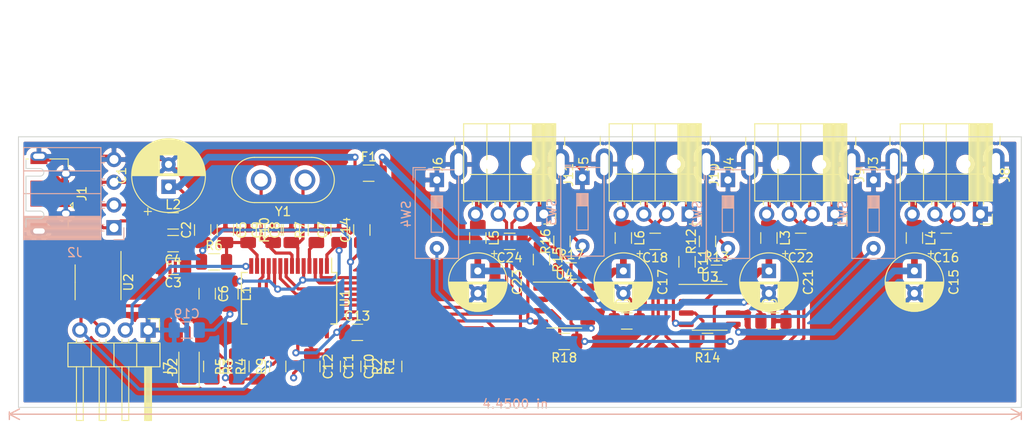
<source format=kicad_pcb>
(kicad_pcb (version 20171130) (host pcbnew "(5.1.5)-3")
  (layers (0 F.Cu signal) (31 B.Cu signal) (34 B.Paste user) (35 F.Paste user) (36 B.SilkS user) (37 F.SilkS user) (38 B.Mask user) (39 F.Mask user) (44 Edge.Cuts user))
  (net 0 "")
  (net 1 GND)
  (net 2 5V)
  (net 3 "Net-(C3-Pad1)")
  (net 4 "Net-(C5-Pad2)")
  (net 5 "Net-(C8-Pad1)")
  (net 6 "Net-(C9-Pad1)")
  (net 7 +3V3)
  (net 8 "Net-(C15-Pad1)")
  (net 9 "Net-(C16-Pad2)")
  (net 10 "Net-(C17-Pad1)")
  (net 11 "Net-(C18-Pad2)")
  (net 12 "Net-(C20-Pad1)")
  (net 13 "Net-(C21-Pad1)")
  (net 14 "Net-(C22-Pad2)")
  (net 15 "Net-(C23-Pad1)")
  (net 16 "Net-(C24-Pad2)")
  (net 17 "Net-(D2-Pad1)")
  (net 18 "Net-(J1-Pad3)")
  (net 19 "Net-(J1-Pad1)")
  (net 20 "Net-(J1-Pad2)")
  (net 21 "Net-(J3-Pad2)")
  (net 22 "Net-(J3-Pad3)")
  (net 23 "Net-(J4-Pad2)")
  (net 24 "Net-(J4-Pad3)")
  (net 25 "Net-(J7-Pad2)")
  (net 26 "Net-(J7-Pad3)")
  (net 27 "Net-(R1-Pad2)")
  (net 28 "Net-(R3-Pad1)")
  (net 29 "Net-(R5-Pad2)")
  (net 30 "Net-(R7-Pad1)")
  (net 31 "Net-(R11-Pad2)")
  (net 32 "Net-(R12-Pad2)")
  (net 33 "Net-(R13-Pad2)")
  (net 34 "Net-(R14-Pad2)")
  (net 35 "Net-(R15-Pad2)")
  (net 36 "Net-(R16-Pad2)")
  (net 37 "Net-(R17-Pad2)")
  (net 38 "Net-(R18-Pad2)")
  (net 39 "Net-(J10-Pad2)")
  (net 40 "Net-(J10-Pad3)")
  (net 41 "Net-(J11-Pad2)")
  (net 42 "Net-(J11-Pad3)")
  (net 43 "Net-(J7-Pad4)")
  (module Capacitor_THT:CP_Radial_D8.0mm_P2.50mm (layer F.Cu) (at 42.672 76.454 90)
    (fp_text reference C1 (at 1.25 -5.25 90) (layer F.SilkS))
    (fp_text value 330uF)
    (pad 2 thru_hole circle (at 2.5 0 90) (size 1.6 1.6) (drill 0.8) (layers *.Cu *.Mask) (net 1 GND))
    (pad 1 thru_hole rect (at 0 0 90) (size 1.6 1.6) (drill 0.8) (layers *.Cu *.Mask) (net 2 5V))
  )
  (module Capacitor_SMD:C_1206_3216Metric (layer F.Cu) (at 46.482 81.28 90)
    (fp_text reference C2 (at 0 -1.82 90) (layer F.SilkS))
    (fp_text value 1u)
    (pad 2 smd roundrect (at 1.4 0 90) (size 1.25 1.75) (layers F.Cu F.Paste F.Mask) (roundrect_rratio 0.2) (net 1 GND))
    (pad 1 smd roundrect (at -1.4 0 90) (size 1.25 1.75) (layers F.Cu F.Paste F.Mask) (roundrect_rratio 0.2) (net 2 5V))
  )
  (module Capacitor_SMD:C_1206_3216Metric (layer F.Cu) (at 43.18 85.344 180)
    (fp_text reference C3 (at 0 -1.82) (layer F.SilkS))
    (fp_text value 10uF)
    (pad 2 smd roundrect (at 1.4 0 180) (size 1.25 1.75) (layers F.Cu F.Paste F.Mask) (roundrect_rratio 0.2) (net 1 GND))
    (pad 1 smd roundrect (at -1.4 0 180) (size 1.25 1.75) (layers F.Cu F.Paste F.Mask) (roundrect_rratio 0.2) (net 3 "Net-(C3-Pad1)"))
  )
  (module Capacitor_SMD:C_1206_3216Metric (layer F.Cu) (at 43.18 82.804 180)
    (fp_text reference C4 (at 0 -1.82) (layer F.SilkS))
    (fp_text value 100n)
    (pad 2 smd roundrect (at 1.4 0 180) (size 1.25 1.75) (layers F.Cu F.Paste F.Mask) (roundrect_rratio 0.2) (net 1 GND))
    (pad 1 smd roundrect (at -1.4 0 180) (size 1.25 1.75) (layers F.Cu F.Paste F.Mask) (roundrect_rratio 0.2) (net 3 "Net-(C3-Pad1)"))
  )
  (module Capacitor_SMD:C_1206_3216Metric (layer F.Cu) (at 49.022 81.28 270)
    (fp_text reference C5 (at 0 -1.82 90) (layer F.SilkS))
    (fp_text value 0.1-1u)
    (pad 1 smd roundrect (at -1.4 0 270) (size 1.25 1.75) (layers F.Cu F.Paste F.Mask) (roundrect_rratio 0.2) (net 1 GND))
    (pad 2 smd roundrect (at 1.4 0 270) (size 1.25 1.75) (layers F.Cu F.Paste F.Mask) (roundrect_rratio 0.2) (net 4 "Net-(C5-Pad2)"))
  )
  (module Capacitor_SMD:C_1206_3216Metric (layer F.Cu) (at 46.99 88.392 270)
    (fp_text reference C6 (at 0 -1.82 90) (layer F.SilkS))
    (fp_text value 100n)
    (pad 1 smd roundrect (at -1.4 0 270) (size 1.25 1.75) (layers F.Cu F.Paste F.Mask) (roundrect_rratio 0.2) (net 3 "Net-(C3-Pad1)"))
    (pad 2 smd roundrect (at 1.4 0 270) (size 1.25 1.75) (layers F.Cu F.Paste F.Mask) (roundrect_rratio 0.2) (net 1 GND))
  )
  (module Capacitor_SMD:C_1206_3216Metric (layer F.Cu) (at 61.722 81.28 90)
    (fp_text reference C7 (at 0 -1.82 90) (layer F.SilkS))
    (fp_text value 100n)
    (pad 2 smd roundrect (at 1.4 0 90) (size 1.25 1.75) (layers F.Cu F.Paste F.Mask) (roundrect_rratio 0.2) (net 1 GND))
    (pad 1 smd roundrect (at -1.4 0 90) (size 1.25 1.75) (layers F.Cu F.Paste F.Mask) (roundrect_rratio 0.2) (net 3 "Net-(C3-Pad1)"))
  )
  (module Capacitor_SMD:C_1206_3216Metric (layer F.Cu) (at 56.388 81.28 90)
    (fp_text reference C8 (at 0 -1.82 90) (layer F.SilkS))
    (fp_text value 22-33p)
    (pad 2 smd roundrect (at 1.4 0 90) (size 1.25 1.75) (layers F.Cu F.Paste F.Mask) (roundrect_rratio 0.2) (net 1 GND))
    (pad 1 smd roundrect (at -1.4 0 90) (size 1.25 1.75) (layers F.Cu F.Paste F.Mask) (roundrect_rratio 0.2) (net 5 "Net-(C8-Pad1)"))
  )
  (module Capacitor_SMD:C_1206_3216Metric (layer F.Cu) (at 54.356 81.28 90)
    (fp_text reference C9 (at 0 -1.82 90) (layer F.SilkS))
    (fp_text value 22-33p)
    (pad 1 smd roundrect (at -1.4 0 90) (size 1.25 1.75) (layers F.Cu F.Paste F.Mask) (roundrect_rratio 0.2) (net 6 "Net-(C9-Pad1)"))
    (pad 2 smd roundrect (at 1.4 0 90) (size 1.25 1.75) (layers F.Cu F.Paste F.Mask) (roundrect_rratio 0.2) (net 1 GND))
  )
  (module Capacitor_SMD:C_1206_3216Metric (layer F.Cu) (at 63.246 96.52 270)
    (fp_text reference C10 (at 0 -1.82 90) (layer F.SilkS))
    (fp_text value 10uF)
    (pad 1 smd roundrect (at -1.4 0 270) (size 1.25 1.75) (layers F.Cu F.Paste F.Mask) (roundrect_rratio 0.2) (net 7 +3V3))
    (pad 2 smd roundrect (at 1.4 0 270) (size 1.25 1.75) (layers F.Cu F.Paste F.Mask) (roundrect_rratio 0.2) (net 1 GND))
  )
  (module Capacitor_SMD:C_1206_3216Metric (layer F.Cu) (at 60.96 96.52 270)
    (fp_text reference C11 (at 0 -1.82 90) (layer F.SilkS))
    (fp_text value 100n)
    (pad 1 smd roundrect (at -1.4 0 270) (size 1.25 1.75) (layers F.Cu F.Paste F.Mask) (roundrect_rratio 0.2) (net 7 +3V3))
    (pad 2 smd roundrect (at 1.4 0 270) (size 1.25 1.75) (layers F.Cu F.Paste F.Mask) (roundrect_rratio 0.2) (net 1 GND))
  )
  (module Capacitor_SMD:C_1206_3216Metric (layer F.Cu) (at 58.674 96.52 270)
    (fp_text reference C12 (at 0 -1.82 90) (layer F.SilkS))
    (fp_text value 100n)
    (pad 2 smd roundrect (at 1.4 0 270) (size 1.25 1.75) (layers F.Cu F.Paste F.Mask) (roundrect_rratio 0.2) (net 1 GND))
    (pad 1 smd roundrect (at -1.4 0 270) (size 1.25 1.75) (layers F.Cu F.Paste F.Mask) (roundrect_rratio 0.2) (net 7 +3V3))
  )
  (module Capacitor_SMD:C_1206_3216Metric (layer F.Cu) (at 63.754 92.71)
    (fp_text reference C13 (at 0 -1.82) (layer F.SilkS))
    (fp_text value 100n)
    (pad 2 smd roundrect (at 1.4 0) (size 1.25 1.75) (layers F.Cu F.Paste F.Mask) (roundrect_rratio 0.2) (net 1 GND))
    (pad 1 smd roundrect (at -1.4 0) (size 1.25 1.75) (layers F.Cu F.Paste F.Mask) (roundrect_rratio 0.2) (net 2 5V))
  )
  (module Capacitor_SMD:C_1206_3216Metric (layer F.Cu) (at 64.262 81.28 90)
    (fp_text reference C14 (at 0 -1.82 90) (layer F.SilkS))
    (fp_text value 100n)
    (pad 1 smd roundrect (at -1.4 0 90) (size 1.25 1.75) (layers F.Cu F.Paste F.Mask) (roundrect_rratio 0.2) (net 2 5V))
    (pad 2 smd roundrect (at 1.4 0 90) (size 1.25 1.75) (layers F.Cu F.Paste F.Mask) (roundrect_rratio 0.2) (net 1 GND))
  )
  (module Capacitor_THT:CP_Radial_D6.3mm_P2.50mm (layer F.Cu) (at 125.984 85.852 270)
    (fp_text reference C15 (at 1.25 -4.4 90) (layer F.SilkS))
    (fp_text value 100uF)
    (pad 1 thru_hole rect (at 0 0 270) (size 1.6 1.6) (drill 0.8) (layers *.Cu *.Mask) (net 8 "Net-(C15-Pad1)"))
    (pad 2 thru_hole circle (at 2.5 0 270) (size 1.6 1.6) (drill 0.8) (layers *.Cu *.Mask) (net 1 GND))
  )
  (module Capacitor_SMD:C_1206_3216Metric (layer F.Cu) (at 129.54 82.55 180)
    (fp_text reference C16 (at 0 -1.82) (layer F.SilkS))
    (fp_text value 100n)
    (pad 2 smd roundrect (at 1.4 0 180) (size 1.25 1.75) (layers F.Cu F.Paste F.Mask) (roundrect_rratio 0.2) (net 9 "Net-(C16-Pad2)"))
    (pad 1 smd roundrect (at -1.4 0 180) (size 1.25 1.75) (layers F.Cu F.Paste F.Mask) (roundrect_rratio 0.2) (net 1 GND))
  )
  (module Capacitor_SMD:C_1206_3216Metric (layer F.Cu) (at 97.028 82.55 180)
    (fp_text reference C18 (at 0 -1.82) (layer F.SilkS))
    (fp_text value 100n)
    (pad 1 smd roundrect (at -1.4 0 180) (size 1.25 1.75) (layers F.Cu F.Paste F.Mask) (roundrect_rratio 0.2) (net 1 GND))
    (pad 2 smd roundrect (at 1.4 0 180) (size 1.25 1.75) (layers F.Cu F.Paste F.Mask) (roundrect_rratio 0.2) (net 11 "Net-(C18-Pad2)"))
  )
  (module Capacitor_SMD:C_1206_3216Metric (layer B.Cu) (at 44.704 92.456 180)
    (fp_text reference C19 (at 0 1.82 180) (layer B.SilkS) (effects (justify mirror)))
    (fp_text value 100n)
    (pad 2 smd roundrect (at 1.4 0 180) (size 1.25 1.75) (layers B.Cu B.Paste B.Mask) (roundrect_rratio 0.2) (net 1 GND))
    (pad 1 smd roundrect (at -1.4 0 180) (size 1.25 1.75) (layers B.Cu B.Paste B.Mask) (roundrect_rratio 0.2) (net 7 +3V3))
  )
  (module Capacitor_SMD:C_1206_3216Metric (layer F.Cu) (at 110.236 91.44)
    (fp_text reference C20 (at 0 -1.82) (layer F.SilkS))
    (fp_text value 100n)
    (pad 1 smd roundrect (at -1.4 0) (size 1.25 1.75) (layers F.Cu F.Paste F.Mask) (roundrect_rratio 0.2) (net 12 "Net-(C20-Pad1)"))
    (pad 2 smd roundrect (at 1.4 0) (size 1.25 1.75) (layers F.Cu F.Paste F.Mask) (roundrect_rratio 0.2) (net 1 GND))
  )
  (module Capacitor_SMD:C_1206_3216Metric (layer F.Cu) (at 113.284 82.55 180)
    (fp_text reference C22 (at 0 -1.82) (layer F.SilkS))
    (fp_text value 100n)
    (pad 1 smd roundrect (at -1.4 0 180) (size 1.25 1.75) (layers F.Cu F.Paste F.Mask) (roundrect_rratio 0.2) (net 1 GND))
    (pad 2 smd roundrect (at 1.4 0 180) (size 1.25 1.75) (layers F.Cu F.Paste F.Mask) (roundrect_rratio 0.2) (net 14 "Net-(C22-Pad2)"))
  )
  (module Capacitor_SMD:C_1206_3216Metric (layer F.Cu) (at 80.772 82.55 180)
    (fp_text reference C24 (at 0 -1.82) (layer F.SilkS))
    (fp_text value 100n)
    (pad 2 smd roundrect (at 1.4 0 180) (size 1.25 1.75) (layers F.Cu F.Paste F.Mask) (roundrect_rratio 0.2) (net 16 "Net-(C24-Pad2)"))
    (pad 1 smd roundrect (at -1.4 0 180) (size 1.25 1.75) (layers F.Cu F.Paste F.Mask) (roundrect_rratio 0.2) (net 1 GND))
  )
  (module Capacitor_SMD:C_1206_3216Metric (layer F.Cu) (at 93.856 91.44)
    (fp_text reference C25 (at 0 -1.82) (layer F.SilkS))
    (fp_text value 100n)
    (pad 1 smd roundrect (at -1.4 0) (size 1.25 1.75) (layers F.Cu F.Paste F.Mask) (roundrect_rratio 0.2) (net 12 "Net-(C20-Pad1)"))
    (pad 2 smd roundrect (at 1.4 0) (size 1.25 1.75) (layers F.Cu F.Paste F.Mask) (roundrect_rratio 0.2) (net 1 GND))
  )
  (module LED_SMD:LED_1206_3216Metric (layer F.Cu) (at 44.958 96.52 90)
    (fp_text reference D2 (at 0 -1.82 90) (layer F.SilkS))
    (fp_text value "LED GREEN")
    (pad 1 smd roundrect (at -1.4 0 90) (size 1.25 1.75) (layers F.Cu F.Paste F.Mask) (roundrect_rratio 0.2) (net 17 "Net-(D2-Pad1)"))
    (pad 2 smd roundrect (at 1.4 0 90) (size 1.25 1.75) (layers F.Cu F.Paste F.Mask) (roundrect_rratio 0.2) (net 7 +3V3))
  )
  (module Fuse:Fuse_1206_3216Metric (layer F.Cu) (at 65.024 74.93)
    (fp_text reference F1 (at 0 -1.82) (layer F.SilkS))
    (fp_text value 500mA)
    (pad 1 smd roundrect (at -1.4 0) (size 1.25 1.75) (layers F.Cu F.Paste F.Mask) (roundrect_rratio 0.2) (net 2 5V))
    (pad 2 smd roundrect (at 1.4 0) (size 1.25 1.75) (layers F.Cu F.Paste F.Mask) (roundrect_rratio 0.2) (net 12 "Net-(C20-Pad1)"))
  )
  (module Connector_USB:USB_Micro-AB_Molex_47590-0001 (layer F.Cu) (at 28.194 77.216 270)
    (fp_text reference J1 (at 0 -4.8 270) (layer F.SilkS))
    (fp_text value USB_B_Micro)
    (fp_arc (start 2.375 -0.125) (end 1.95 -0.125) (angle 180) (layer Edge.Cuts) (width 0.1))
    (fp_arc (start -2.375 -0.125) (end -2.8 -0.125) (angle 180) (layer Edge.Cuts) (width 0.1))
    (fp_line (start 2.8 1.45) (end 3.75 1.45) (layer Edge.Cuts) (width 0.1))
    (fp_line (start 2.8 -0.125) (end 2.8 1.45) (layer Edge.Cuts) (width 0.1))
    (fp_line (start 1.95 -0.125) (end 1.95 1.45) (layer Edge.Cuts) (width 0.1))
    (fp_line (start -1.95 1.45) (end 1.95 1.45) (layer Edge.Cuts) (width 0.1))
    (fp_line (start -1.95 -0.125) (end -1.95 1.45) (layer Edge.Cuts) (width 0.1))
    (fp_line (start -2.8 -0.125) (end -2.8 1.45) (layer Edge.Cuts) (width 0.1))
    (fp_line (start -3.75 1.45) (end -2.8 1.45) (layer Edge.Cuts) (width 0.1))
    (pad 6 thru_hole oval (at -2.225 -3 270) (size 1.05 1.25) (drill oval 0.65 0.85) (layers *.Cu *.Mask) (net 1 GND))
    (pad 5 smd rect (at -1.3 -2.675 270) (size 0.4 1.35) (layers F.Cu F.Paste F.Mask) (net 1 GND))
    (pad 4 smd rect (at -0.65 -2.675 270) (size 0.4 1.35) (layers F.Cu F.Paste F.Mask))
    (pad 3 smd rect (at 0 -2.675 270) (size 0.4 1.35) (layers F.Cu F.Paste F.Mask) (net 18 "Net-(J1-Pad3)"))
    (pad 1 smd rect (at 1.3 -2.675 270) (size 0.4 1.35) (layers F.Cu F.Paste F.Mask) (net 19 "Net-(J1-Pad1)"))
    (pad 6 thru_hole oval (at 2.225 -3 270) (size 1 1.15) (drill oval 0.65 0.85) (layers *.Cu *.Mask) (net 1 GND))
    (pad 6 thru_hole oval (at -4.175 0 270) (size 1 1.9) (drill oval 0.6 1.3) (layers *.Cu *.Mask) (net 1 GND))
    (pad 6 thru_hole oval (at 4.175 0 270) (size 1 1.9) (drill oval 0.6 1.3) (layers *.Cu *.Mask) (net 1 GND))
    (pad 2 smd rect (at 0.65 -2.675 270) (size 0.4 1.35) (layers F.Cu F.Paste F.Mask) (net 20 "Net-(J1-Pad2)"))
    (pad 6 smd rect (at 0 0 270) (size 2.9 1.9) (layers F.Cu F.Paste F.Mask) (net 1 GND))
    (pad 6 smd rect (at 3.7375 0 270) (size 0.875 1.9) (layers F.Cu F.Mask) (net 1 GND))
    (pad 6 smd rect (at -3.7375 0 270) (size 0.875 1.9) (layers F.Cu F.Mask) (net 1 GND))
  )
  (module Connector_PinSocket_2.54mm:PinSocket_1x04_P2.54mm_Horizontal (layer B.Cu) (at 36.576 81.026)
    (fp_text reference J2 (at -4.38 2.77) (layer B.SilkS) (effects (justify mirror)))
    (fp_text value Conn_01x04_Female)
    (pad 1 thru_hole rect (at 0 0) (size 1.7 1.7) (drill 1) (layers *.Cu *.Mask) (net 19 "Net-(J1-Pad1)"))
    (pad 2 thru_hole oval (at 0 -2.54) (size 1.7 1.7) (drill 1) (layers *.Cu *.Mask) (net 20 "Net-(J1-Pad2)"))
    (pad 3 thru_hole oval (at 0 -5.08) (size 1.7 1.7) (drill 1) (layers *.Cu *.Mask) (net 18 "Net-(J1-Pad3)"))
    (pad 4 thru_hole oval (at 0 -7.62) (size 1.7 1.7) (drill 1) (layers *.Cu *.Mask) (net 1 GND))
  )
  (module Connector_USB:USB_A_CNCTech_1001-011-01101_Horizontal (layer F.Cu) (at 129.398 67.014 90)
    (fp_text reference J3 (at -6.9 -8 90) (layer F.SilkS))
    (fp_text value USB_A)
    (pad 2 smd rect (at -9.65 -1 90) (size 2.5 1.1) (layers F.Cu F.Paste F.Mask) (net 21 "Net-(J3-Pad2)"))
    (pad 3 smd rect (at -9.65 1 90) (size 2.5 1.1) (layers F.Cu F.Paste F.Mask) (net 22 "Net-(J3-Pad3)"))
    (pad 1 smd rect (at -9.65 -3.5 90) (size 2.5 1.1) (layers F.Cu F.Paste F.Mask) (net 9 "Net-(C16-Pad2)"))
    (pad 4 smd rect (at -9.65 3.5 90) (size 2.5 1.1) (layers F.Cu F.Paste F.Mask) (net 1 GND))
    (pad 5 thru_hole oval (at -6.9 -5.7 90) (size 3.5 1.9) (drill oval 2.5 0.9) (layers *.Cu *.Mask) (net 1 GND))
    (pad 5 thru_hole oval (at -6.9 5.7 90) (size 3.5 1.9) (drill oval 2.5 0.9) (layers *.Cu *.Mask) (net 1 GND))
    (pad "" np_thru_hole circle (at -6.9 -2.3 90) (size 1.1 1.1) (drill 1.1) (layers *.Cu *.Mask))
    (pad "" np_thru_hole circle (at -6.9 2.3 90) (size 1.1 1.1) (drill 1.1) (layers *.Cu *.Mask))
  )
  (module Connector_USB:USB_A_CNCTech_1001-011-01101_Horizontal (layer F.Cu) (at 113.284 67.056 90)
    (fp_text reference J4 (at -6.9 -8 90) (layer F.SilkS))
    (fp_text value USB_A)
    (pad 2 smd rect (at -9.65 -1 90) (size 2.5 1.1) (layers F.Cu F.Paste F.Mask) (net 23 "Net-(J4-Pad2)"))
    (pad 3 smd rect (at -9.65 1 90) (size 2.5 1.1) (layers F.Cu F.Paste F.Mask) (net 24 "Net-(J4-Pad3)"))
    (pad 1 smd rect (at -9.65 -3.5 90) (size 2.5 1.1) (layers F.Cu F.Paste F.Mask) (net 14 "Net-(C22-Pad2)"))
    (pad 4 smd rect (at -9.65 3.5 90) (size 2.5 1.1) (layers F.Cu F.Paste F.Mask) (net 1 GND))
    (pad 5 thru_hole oval (at -6.9 -5.7 90) (size 3.5 1.9) (drill oval 2.5 0.9) (layers *.Cu *.Mask) (net 1 GND))
    (pad 5 thru_hole oval (at -6.9 5.7 90) (size 3.5 1.9) (drill oval 2.5 0.9) (layers *.Cu *.Mask) (net 1 GND))
    (pad "" np_thru_hole circle (at -6.9 -2.3 90) (size 1.1 1.1) (drill 1.1) (layers *.Cu *.Mask))
    (pad "" np_thru_hole circle (at -6.9 2.3 90) (size 1.1 1.1) (drill 1.1) (layers *.Cu *.Mask))
  )
  (module Connector_USB:USB_A_CNCTech_1001-011-01101_Horizontal (layer F.Cu) (at 97.042 67.014 90)
    (fp_text reference J5 (at -6.9 -8 90) (layer F.SilkS))
    (fp_text value USB_A)
    (pad "" np_thru_hole circle (at -6.9 2.3 90) (size 1.1 1.1) (drill 1.1) (layers *.Cu *.Mask))
    (pad "" np_thru_hole circle (at -6.9 -2.3 90) (size 1.1 1.1) (drill 1.1) (layers *.Cu *.Mask))
    (pad 5 thru_hole oval (at -6.9 5.7 90) (size 3.5 1.9) (drill oval 2.5 0.9) (layers *.Cu *.Mask) (net 1 GND))
    (pad 5 thru_hole oval (at -6.9 -5.7 90) (size 3.5 1.9) (drill oval 2.5 0.9) (layers *.Cu *.Mask) (net 1 GND))
    (pad 4 smd rect (at -9.65 3.5 90) (size 2.5 1.1) (layers F.Cu F.Paste F.Mask) (net 1 GND))
    (pad 1 smd rect (at -9.65 -3.5 90) (size 2.5 1.1) (layers F.Cu F.Paste F.Mask) (net 11 "Net-(C18-Pad2)"))
    (pad 3 smd rect (at -9.65 1 90) (size 2.5 1.1) (layers F.Cu F.Paste F.Mask) (net 39 "Net-(J10-Pad2)"))
    (pad 2 smd rect (at -9.65 -1 90) (size 2.5 1.1) (layers F.Cu F.Paste F.Mask) (net 40 "Net-(J10-Pad3)"))
  )
  (module Connector_USB:USB_A_CNCTech_1001-011-01101_Horizontal (layer F.Cu) (at 80.772 67.056 90)
    (fp_text reference J6 (at -6.9 -8 90) (layer F.SilkS))
    (fp_text value USB_A)
    (pad "" np_thru_hole circle (at -6.9 2.3 90) (size 1.1 1.1) (drill 1.1) (layers *.Cu *.Mask))
    (pad "" np_thru_hole circle (at -6.9 -2.3 90) (size 1.1 1.1) (drill 1.1) (layers *.Cu *.Mask))
    (pad 5 thru_hole oval (at -6.9 5.7 90) (size 3.5 1.9) (drill oval 2.5 0.9) (layers *.Cu *.Mask) (net 1 GND))
    (pad 5 thru_hole oval (at -6.9 -5.7 90) (size 3.5 1.9) (drill oval 2.5 0.9) (layers *.Cu *.Mask) (net 1 GND))
    (pad 4 smd rect (at -9.65 3.5 90) (size 2.5 1.1) (layers F.Cu F.Paste F.Mask) (net 1 GND))
    (pad 1 smd rect (at -9.65 -3.5 90) (size 2.5 1.1) (layers F.Cu F.Paste F.Mask) (net 16 "Net-(C24-Pad2)"))
    (pad 3 smd rect (at -9.65 1 90) (size 2.5 1.1) (layers F.Cu F.Paste F.Mask) (net 41 "Net-(J11-Pad2)"))
    (pad 2 smd rect (at -9.65 -1 90) (size 2.5 1.1) (layers F.Cu F.Paste F.Mask) (net 42 "Net-(J11-Pad3)"))
  )
  (module Inductor_SMD:L_1206_3216Metric (layer F.Cu) (at 49.53 88.392 270)
    (fp_text reference L1 (at 0 -1.82 90) (layer F.SilkS))
    (fp_text value 10uH)
    (pad 2 smd roundrect (at 1.4 0 270) (size 1.25 1.75) (layers F.Cu F.Paste F.Mask) (roundrect_rratio 0.2) (net 7 +3V3))
    (pad 1 smd roundrect (at -1.4 0 270) (size 1.25 1.75) (layers F.Cu F.Paste F.Mask) (roundrect_rratio 0.2) (net 3 "Net-(C3-Pad1)"))
  )
  (module Inductor_SMD:L_1206_3216Metric (layer F.Cu) (at 43.18 80.264)
    (fp_text reference L2 (at 0 -1.82) (layer F.SilkS))
    (fp_text value ferrite)
    (pad 1 smd roundrect (at -1.4 0) (size 1.25 1.75) (layers F.Cu F.Paste F.Mask) (roundrect_rratio 0.2) (net 19 "Net-(J1-Pad1)"))
    (pad 2 smd roundrect (at 1.4 0) (size 1.25 1.75) (layers F.Cu F.Paste F.Mask) (roundrect_rratio 0.2) (net 2 5V))
  )
  (module Inductor_SMD:L_1206_3216Metric (layer F.Cu) (at 109.728 82.172 270)
    (fp_text reference L3 (at 0 -1.82 90) (layer F.SilkS))
    (fp_text value 10uH)
    (pad 2 smd roundrect (at 1.4 0 270) (size 1.25 1.75) (layers F.Cu F.Paste F.Mask) (roundrect_rratio 0.2) (net 13 "Net-(C21-Pad1)"))
    (pad 1 smd roundrect (at -1.4 0 270) (size 1.25 1.75) (layers F.Cu F.Paste F.Mask) (roundrect_rratio 0.2) (net 14 "Net-(C22-Pad2)"))
  )
  (module Inductor_SMD:L_1206_3216Metric (layer F.Cu) (at 125.984 82.172 270)
    (fp_text reference L4 (at 0 -1.82 90) (layer F.SilkS))
    (fp_text value 10uH)
    (pad 2 smd roundrect (at 1.4 0 270) (size 1.25 1.75) (layers F.Cu F.Paste F.Mask) (roundrect_rratio 0.2) (net 8 "Net-(C15-Pad1)"))
    (pad 1 smd roundrect (at -1.4 0 270) (size 1.25 1.75) (layers F.Cu F.Paste F.Mask) (roundrect_rratio 0.2) (net 9 "Net-(C16-Pad2)"))
  )
  (module Inductor_SMD:L_1206_3216Metric (layer F.Cu) (at 77.216 82.172 270)
    (fp_text reference L5 (at 0 -1.82 90) (layer F.SilkS))
    (fp_text value 10uH)
    (pad 1 smd roundrect (at -1.4 0 270) (size 1.25 1.75) (layers F.Cu F.Paste F.Mask) (roundrect_rratio 0.2) (net 16 "Net-(C24-Pad2)"))
    (pad 2 smd roundrect (at 1.4 0 270) (size 1.25 1.75) (layers F.Cu F.Paste F.Mask) (roundrect_rratio 0.2) (net 15 "Net-(C23-Pad1)"))
  )
  (module Inductor_SMD:L_1206_3216Metric (layer F.Cu) (at 93.472 82.172 270)
    (fp_text reference L6 (at 0 -1.82 90) (layer F.SilkS))
    (fp_text value 10uH)
    (pad 1 smd roundrect (at -1.4 0 270) (size 1.25 1.75) (layers F.Cu F.Paste F.Mask) (roundrect_rratio 0.2) (net 11 "Net-(C18-Pad2)"))
    (pad 2 smd roundrect (at 1.4 0 270) (size 1.25 1.75) (layers F.Cu F.Paste F.Mask) (roundrect_rratio 0.2) (net 10 "Net-(C17-Pad1)"))
  )
  (module Resistor_SMD:R_1206_3216Metric (layer F.Cu) (at 65.532 96.52 270)
    (fp_text reference R1 (at 0 -1.82 90) (layer F.SilkS))
    (fp_text value 5K1)
    (pad 1 smd roundrect (at -1.4 0 270) (size 1.25 1.75) (layers F.Cu F.Paste F.Mask) (roundrect_rratio 0.2) (net 2 5V))
    (pad 2 smd roundrect (at 1.4 0 270) (size 1.25 1.75) (layers F.Cu F.Paste F.Mask) (roundrect_rratio 0.2) (net 27 "Net-(R1-Pad2)"))
  )
  (module Resistor_SMD:R_1206_3216Metric (layer F.Cu) (at 67.818 96.52 90)
    (fp_text reference R2 (at 0 -1.82 90) (layer F.SilkS))
    (fp_text value 10K)
    (pad 2 smd roundrect (at 1.4 0 90) (size 1.25 1.75) (layers F.Cu F.Paste F.Mask) (roundrect_rratio 0.2) (net 1 GND))
    (pad 1 smd roundrect (at -1.4 0 90) (size 1.25 1.75) (layers F.Cu F.Paste F.Mask) (roundrect_rratio 0.2) (net 27 "Net-(R1-Pad2)"))
  )
  (module Resistor_SMD:R_1206_3216Metric (layer F.Cu) (at 47.498 96.52 270)
    (fp_text reference R3 (at 0 -1.82 90) (layer F.SilkS))
    (fp_text value 1K)
    (pad 1 smd roundrect (at -1.4 0 270) (size 1.25 1.75) (layers F.Cu F.Paste F.Mask) (roundrect_rratio 0.2) (net 28 "Net-(R3-Pad1)"))
    (pad 2 smd roundrect (at 1.4 0 270) (size 1.25 1.75) (layers F.Cu F.Paste F.Mask) (roundrect_rratio 0.2) (net 17 "Net-(D2-Pad1)"))
  )
  (module Resistor_SMD:R_1206_3216Metric (layer F.Cu) (at 52.578 96.52 90)
    (fp_text reference R4 (at 0 -1.82 90) (layer F.SilkS))
    (fp_text value 100K)
    (pad 2 smd roundrect (at 1.4 0 90) (size 1.25 1.75) (layers F.Cu F.Paste F.Mask) (roundrect_rratio 0.2) (net 28 "Net-(R3-Pad1)"))
    (pad 1 smd roundrect (at -1.4 0 90) (size 1.25 1.75) (layers F.Cu F.Paste F.Mask) (roundrect_rratio 0.2) (net 7 +3V3))
  )
  (module Resistor_SMD:R_1206_3216Metric (layer F.Cu) (at 50.292 96.52 90)
    (fp_text reference R5 (at 0 -1.82 90) (layer F.SilkS))
    (fp_text value 10K-510K-1M)
    (pad 1 smd roundrect (at -1.4 0 90) (size 1.25 1.75) (layers F.Cu F.Paste F.Mask) (roundrect_rratio 0.2) (net 7 +3V3))
    (pad 2 smd roundrect (at 1.4 0 90) (size 1.25 1.75) (layers F.Cu F.Paste F.Mask) (roundrect_rratio 0.2) (net 29 "Net-(R5-Pad2)"))
  )
  (module Resistor_SMD:R_1206_3216Metric (layer F.Cu) (at 47.752 84.836)
    (fp_text reference R6 (at 0 -1.82) (layer F.SilkS))
    (fp_text value 10K)
    (pad 1 smd roundrect (at -1.4 0) (size 1.25 1.75) (layers F.Cu F.Paste F.Mask) (roundrect_rratio 0.2) (net 2 5V))
    (pad 2 smd roundrect (at 1.4 0) (size 1.25 1.75) (layers F.Cu F.Paste F.Mask) (roundrect_rratio 0.2) (net 4 "Net-(C5-Pad2)"))
  )
  (module Resistor_SMD:R_1206_3216Metric (layer F.Cu) (at 59.182 81.28 90)
    (fp_text reference R7 (at 0 -1.82 90) (layer F.SilkS))
    (fp_text value 680)
    (pad 2 smd roundrect (at 1.4 0 90) (size 1.25 1.75) (layers F.Cu F.Paste F.Mask) (roundrect_rratio 0.2) (net 1 GND))
    (pad 1 smd roundrect (at -1.4 0 90) (size 1.25 1.75) (layers F.Cu F.Paste F.Mask) (roundrect_rratio 0.2) (net 30 "Net-(R7-Pad1)"))
  )
  (module Resistor_SMD:R_1206_3216Metric (layer F.Cu) (at 54.864 96.52 90)
    (fp_text reference R9 (at 0 -1.82 90) (layer F.SilkS))
    (fp_text value 10K)
    (pad 2 smd roundrect (at 1.4 0 90) (size 1.25 1.75) (layers F.Cu F.Paste F.Mask) (roundrect_rratio 0.2) (net 43 "Net-(J7-Pad4)"))
    (pad 1 smd roundrect (at -1.4 0 90) (size 1.25 1.75) (layers F.Cu F.Paste F.Mask) (roundrect_rratio 0.2) (net 7 +3V3))
  )
  (module Resistor_SMD:R_1206_3216Metric (layer F.Cu) (at 51.562 81.28 270)
    (fp_text reference R10 (at 0 -1.82 90) (layer F.SilkS))
    (fp_text value 47K)
    (pad 2 smd roundrect (at 1.4 0 270) (size 1.25 1.75) (layers F.Cu F.Paste F.Mask) (roundrect_rratio 0.2) (net 4 "Net-(C5-Pad2)"))
    (pad 1 smd roundrect (at -1.4 0 270) (size 1.25 1.75) (layers F.Cu F.Paste F.Mask) (roundrect_rratio 0.2) (net 1 GND))
  )
  (module Resistor_SMD:R_1206_3216Metric (layer F.Cu) (at 100.584 84.836 270)
    (fp_text reference R11 (at 0 -1.82 90) (layer F.SilkS))
    (fp_text value 100K)
    (pad 1 smd roundrect (at -1.4 0 270) (size 1.25 1.75) (layers F.Cu F.Paste F.Mask) (roundrect_rratio 0.2) (net 12 "Net-(C20-Pad1)"))
    (pad 2 smd roundrect (at 1.4 0 270) (size 1.25 1.75) (layers F.Cu F.Paste F.Mask) (roundrect_rratio 0.2) (net 31 "Net-(R11-Pad2)"))
  )
  (module Resistor_SMD:R_1206_3216Metric (layer F.Cu) (at 102.87 82.55 90)
    (fp_text reference R12 (at 0 -1.82 90) (layer F.SilkS))
    (fp_text value 100K)
    (pad 1 smd roundrect (at -1.4 0 90) (size 1.25 1.75) (layers F.Cu F.Paste F.Mask) (roundrect_rratio 0.2) (net 12 "Net-(C20-Pad1)"))
    (pad 2 smd roundrect (at 1.4 0 90) (size 1.25 1.75) (layers F.Cu F.Paste F.Mask) (roundrect_rratio 0.2) (net 32 "Net-(R12-Pad2)"))
  )
  (module Resistor_SMD:R_1206_3216Metric (layer F.Cu) (at 103.886 86.106)
    (fp_text reference R13 (at 0 -1.82) (layer F.SilkS))
    (fp_text value 10K)
    (pad 1 smd roundrect (at -1.4 0) (size 1.25 1.75) (layers F.Cu F.Paste F.Mask) (roundrect_rratio 0.2) (net 12 "Net-(C20-Pad1)"))
    (pad 2 smd roundrect (at 1.4 0) (size 1.25 1.75) (layers F.Cu F.Paste F.Mask) (roundrect_rratio 0.2) (net 33 "Net-(R13-Pad2)"))
  )
  (module Resistor_SMD:R_1206_3216Metric (layer F.Cu) (at 102.87 93.726 180)
    (fp_text reference R14 (at 0 -1.82) (layer F.SilkS))
    (fp_text value 10K)
    (pad 2 smd roundrect (at 1.4 0 180) (size 1.25 1.75) (layers F.Cu F.Paste F.Mask) (roundrect_rratio 0.2) (net 34 "Net-(R14-Pad2)"))
    (pad 1 smd roundrect (at -1.4 0 180) (size 1.25 1.75) (layers F.Cu F.Paste F.Mask) (roundrect_rratio 0.2) (net 12 "Net-(C20-Pad1)"))
  )
  (module Resistor_SMD:R_1206_3216Metric (layer F.Cu) (at 84.328 84.582 270)
    (fp_text reference R15 (at 0 -1.82 90) (layer F.SilkS))
    (fp_text value 100K)
    (pad 2 smd roundrect (at 1.4 0 270) (size 1.25 1.75) (layers F.Cu F.Paste F.Mask) (roundrect_rratio 0.2) (net 35 "Net-(R15-Pad2)"))
    (pad 1 smd roundrect (at -1.4 0 270) (size 1.25 1.75) (layers F.Cu F.Paste F.Mask) (roundrect_rratio 0.2) (net 12 "Net-(C20-Pad1)"))
  )
  (module Resistor_SMD:R_1206_3216Metric (layer F.Cu) (at 86.614 82.55 90)
    (fp_text reference R16 (at 0 -1.82 90) (layer F.SilkS))
    (fp_text value 100K)
    (pad 1 smd roundrect (at -1.4 0 90) (size 1.25 1.75) (layers F.Cu F.Paste F.Mask) (roundrect_rratio 0.2) (net 12 "Net-(C20-Pad1)"))
    (pad 2 smd roundrect (at 1.4 0 90) (size 1.25 1.75) (layers F.Cu F.Paste F.Mask) (roundrect_rratio 0.2) (net 36 "Net-(R16-Pad2)"))
  )
  (module Resistor_SMD:R_1206_3216Metric (layer F.Cu) (at 87.63 85.852)
    (fp_text reference R17 (at 0 -1.82) (layer F.SilkS))
    (fp_text value 10K)
    (pad 2 smd roundrect (at 1.4 0) (size 1.25 1.75) (layers F.Cu F.Paste F.Mask) (roundrect_rratio 0.2) (net 37 "Net-(R17-Pad2)"))
    (pad 1 smd roundrect (at -1.4 0) (size 1.25 1.75) (layers F.Cu F.Paste F.Mask) (roundrect_rratio 0.2) (net 12 "Net-(C20-Pad1)"))
  )
  (module Resistor_SMD:R_1206_3216Metric (layer F.Cu) (at 86.868 93.726 180)
    (fp_text reference R18 (at 0 -1.82) (layer F.SilkS))
    (fp_text value 10K)
    (pad 2 smd roundrect (at 1.4 0 180) (size 1.25 1.75) (layers F.Cu F.Paste F.Mask) (roundrect_rratio 0.2) (net 38 "Net-(R18-Pad2)"))
    (pad 1 smd roundrect (at -1.4 0 180) (size 1.25 1.75) (layers F.Cu F.Paste F.Mask) (roundrect_rratio 0.2) (net 12 "Net-(C20-Pad1)"))
  )
  (module Package_SO:SSOP-28_5.3x10.2mm_P0.65mm (layer F.Cu) (at 56.134 88.9 270)
    (fp_text reference U1 (at 0 -6.25 90) (layer F.SilkS))
    (fp_text value GL850G-28pin)
    (pad 1 smd rect (at -3.6 -4.225 270) (size 1.75 0.45) (layers F.Cu F.Paste F.Mask) (net 3 "Net-(C3-Pad1)"))
    (pad 2 smd rect (at -3.6 -3.575 270) (size 1.75 0.45) (layers F.Cu F.Paste F.Mask) (net 42 "Net-(J11-Pad3)"))
    (pad 3 smd rect (at -3.6 -2.925 270) (size 1.75 0.45) (layers F.Cu F.Paste F.Mask) (net 41 "Net-(J11-Pad2)"))
    (pad 4 smd rect (at -3.6 -2.275 270) (size 1.75 0.45) (layers F.Cu F.Paste F.Mask) (net 30 "Net-(R7-Pad1)"))
    (pad 5 smd rect (at -3.6 -1.625 270) (size 1.75 0.45) (layers F.Cu F.Paste F.Mask) (net 3 "Net-(C3-Pad1)"))
    (pad 6 smd rect (at -3.6 -0.975 270) (size 1.75 0.45) (layers F.Cu F.Paste F.Mask) (net 5 "Net-(C8-Pad1)"))
    (pad 7 smd rect (at -3.6 -0.325 270) (size 1.75 0.45) (layers F.Cu F.Paste F.Mask) (net 6 "Net-(C9-Pad1)"))
    (pad 8 smd rect (at -3.6 0.325 270) (size 1.75 0.45) (layers F.Cu F.Paste F.Mask) (net 40 "Net-(J10-Pad3)"))
    (pad 9 smd rect (at -3.6 0.975 270) (size 1.75 0.45) (layers F.Cu F.Paste F.Mask) (net 39 "Net-(J10-Pad2)"))
    (pad 10 smd rect (at -3.6 1.625 270) (size 1.75 0.45) (layers F.Cu F.Paste F.Mask) (net 3 "Net-(C3-Pad1)"))
    (pad 11 smd rect (at -3.6 2.275 270) (size 1.75 0.45) (layers F.Cu F.Paste F.Mask) (net 23 "Net-(J4-Pad2)"))
    (pad 12 smd rect (at -3.6 2.925 270) (size 1.75 0.45) (layers F.Cu F.Paste F.Mask) (net 24 "Net-(J4-Pad3)"))
    (pad 13 smd rect (at -3.6 3.575 270) (size 1.75 0.45) (layers F.Cu F.Paste F.Mask) (net 4 "Net-(C5-Pad2)"))
    (pad 14 smd rect (at -3.6 4.225 270) (size 1.75 0.45) (layers F.Cu F.Paste F.Mask) (net 25 "Net-(J7-Pad2)"))
    (pad 15 smd rect (at 3.6 4.225 270) (size 1.75 0.45) (layers F.Cu F.Paste F.Mask) (net 1 GND))
    (pad 16 smd rect (at 3.6 3.575 270) (size 1.75 0.45) (layers F.Cu F.Paste F.Mask) (net 7 +3V3))
    (pad 17 smd rect (at 3.6 2.925 270) (size 1.75 0.45) (layers F.Cu F.Paste F.Mask) (net 29 "Net-(R5-Pad2)"))
    (pad 18 smd rect (at 3.6 2.275 270) (size 1.75 0.45) (layers F.Cu F.Paste F.Mask) (net 28 "Net-(R3-Pad1)"))
    (pad 19 smd rect (at 3.6 1.625 270) (size 1.75 0.45) (layers F.Cu F.Paste F.Mask))
    (pad 20 smd rect (at 3.6 0.975 270) (size 1.75 0.45) (layers F.Cu F.Paste F.Mask))
    (pad 21 smd rect (at 3.6 0.325 270) (size 1.75 0.45) (layers F.Cu F.Paste F.Mask) (net 27 "Net-(R1-Pad2)"))
    (pad 22 smd rect (at 3.6 -0.325 270) (size 1.75 0.45) (layers F.Cu F.Paste F.Mask) (net 43 "Net-(J7-Pad4)"))
    (pad 23 smd rect (at 3.6 -0.975 270) (size 1.75 0.45) (layers F.Cu F.Paste F.Mask) (net 2 5V))
    (pad 24 smd rect (at 3.6 -1.625 270) (size 1.75 0.45) (layers F.Cu F.Paste F.Mask) (net 7 +3V3))
    (pad 25 smd rect (at 3.6 -2.275 270) (size 1.75 0.45) (layers F.Cu F.Paste F.Mask) (net 20 "Net-(J1-Pad2)"))
    (pad 26 smd rect (at 3.6 -2.925 270) (size 1.75 0.45) (layers F.Cu F.Paste F.Mask) (net 18 "Net-(J1-Pad3)"))
    (pad 27 smd rect (at 3.6 -3.575 270) (size 1.75 0.45) (layers F.Cu F.Paste F.Mask) (net 21 "Net-(J3-Pad2)"))
    (pad 28 smd rect (at 3.6 -4.225 270) (size 1.75 0.45) (layers F.Cu F.Paste F.Mask) (net 22 "Net-(J3-Pad3)"))
  )
  (module Package_SO:SOP-8_3.9x4.9mm_P1.27mm (layer F.Cu) (at 103.124 89.916)
    (fp_text reference U3 (at 0 -3.4) (layer F.SilkS))
    (fp_text value AIC1526-0)
    (pad 8 smd roundrect (at 2.625 -1.905) (size 1.65 0.6) (layers F.Cu F.Paste F.Mask) (net 13 "Net-(C21-Pad1)"))
    (pad 7 smd roundrect (at 2.625 -0.635) (size 1.65 0.6) (layers F.Cu F.Paste F.Mask) (net 12 "Net-(C20-Pad1)"))
    (pad 6 smd roundrect (at 2.625 0.635) (size 1.65 0.6) (layers F.Cu F.Paste F.Mask) (net 1 GND))
    (pad 5 smd roundrect (at 2.625 1.905) (size 1.65 0.6) (layers F.Cu F.Paste F.Mask) (net 8 "Net-(C15-Pad1)"))
    (pad 4 smd roundrect (at -2.625 1.905) (size 1.65 0.6) (layers F.Cu F.Paste F.Mask) (net 31 "Net-(R11-Pad2)"))
    (pad 3 smd roundrect (at -2.625 0.635) (size 1.65 0.6) (layers F.Cu F.Paste F.Mask) (net 34 "Net-(R14-Pad2)"))
    (pad 2 smd roundrect (at -2.625 -0.635) (size 1.65 0.6) (layers F.Cu F.Paste F.Mask) (net 33 "Net-(R13-Pad2)"))
    (pad 1 smd roundrect (at -2.625 -1.905) (size 1.65 0.6) (layers F.Cu F.Paste F.Mask) (net 32 "Net-(R12-Pad2)"))
  )
  (module Package_SO:SOP-8_3.9x4.9mm_P1.27mm (layer F.Cu) (at 86.868 89.662)
    (fp_text reference U4 (at 0 -3.4) (layer F.SilkS))
    (fp_text value AIC1526-0)
    (pad 1 smd roundrect (at -2.625 -1.905) (size 1.65 0.6) (layers F.Cu F.Paste F.Mask) (net 36 "Net-(R16-Pad2)"))
    (pad 2 smd roundrect (at -2.625 -0.635) (size 1.65 0.6) (layers F.Cu F.Paste F.Mask) (net 37 "Net-(R17-Pad2)"))
    (pad 3 smd roundrect (at -2.625 0.635) (size 1.65 0.6) (layers F.Cu F.Paste F.Mask) (net 38 "Net-(R18-Pad2)"))
    (pad 4 smd roundrect (at -2.625 1.905) (size 1.65 0.6) (layers F.Cu F.Paste F.Mask) (net 35 "Net-(R15-Pad2)"))
    (pad 5 smd roundrect (at 2.625 1.905) (size 1.65 0.6) (layers F.Cu F.Paste F.Mask) (net 15 "Net-(C23-Pad1)"))
    (pad 6 smd roundrect (at 2.625 0.635) (size 1.65 0.6) (layers F.Cu F.Paste F.Mask) (net 1 GND))
    (pad 7 smd roundrect (at 2.625 -0.635) (size 1.65 0.6) (layers F.Cu F.Paste F.Mask) (net 12 "Net-(C20-Pad1)"))
    (pad 8 smd roundrect (at 2.625 -1.905) (size 1.65 0.6) (layers F.Cu F.Paste F.Mask) (net 10 "Net-(C17-Pad1)"))
  )
  (module Crystal:Crystal_HC50_Vertical (layer F.Cu) (at 57.912 75.692 180)
    (fp_text reference Y1 (at 2.45 -3.525) (layer F.SilkS))
    (fp_text value "Crystal 12MHz")
    (pad 1 thru_hole circle (at 0 0 180) (size 2.3 2.3) (drill 1.5) (layers *.Cu *.Mask) (net 5 "Net-(C8-Pad1)"))
    (pad 2 thru_hole circle (at 4.9 0 180) (size 2.3 2.3) (drill 1.5) (layers *.Cu *.Mask) (net 6 "Net-(C9-Pad1)"))
  )
  (module Package_SO:SOP-8_3.9x4.9mm_P1.27mm (layer F.Cu) (at 34.798 87.122 270)
    (fp_text reference U2 (at 0 -3.4 90) (layer F.SilkS))
    (fp_text value AT24CS02-XHM)
    (pad 1 smd roundrect (at -2.625 -1.905 270) (size 1.65 0.6) (layers F.Cu F.Paste F.Mask) (net 1 GND))
    (pad 2 smd roundrect (at -2.625 -0.635 270) (size 1.65 0.6) (layers F.Cu F.Paste F.Mask) (net 1 GND))
    (pad 3 smd roundrect (at -2.625 0.635 270) (size 1.65 0.6) (layers F.Cu F.Paste F.Mask) (net 1 GND))
    (pad 4 smd roundrect (at -2.625 1.905 270) (size 1.65 0.6) (layers F.Cu F.Paste F.Mask) (net 1 GND))
    (pad 5 smd roundrect (at 2.625 1.905 270) (size 1.65 0.6) (layers F.Cu F.Paste F.Mask) (net 43 "Net-(J7-Pad4)"))
    (pad 6 smd roundrect (at 2.625 0.635 270) (size 1.65 0.6) (layers F.Cu F.Paste F.Mask) (net 26 "Net-(J7-Pad3)"))
    (pad 7 smd roundrect (at 2.625 -0.635 270) (size 1.65 0.6) (layers F.Cu F.Paste F.Mask) (net 1 GND))
    (pad 8 smd roundrect (at 2.625 -1.905 270) (size 1.65 0.6) (layers F.Cu F.Paste F.Mask) (net 7 +3V3))
  )
  (module Button_Switch_THT:SW_DIP_SPSTx01_Slide_9.78x4.72mm_W7.62mm_P2.54mm (layer B.Cu) (at 121.412 75.692 270)
    (fp_text reference SW1 (at 3.81 3.42 270) (layer B.SilkS) (effects (justify mirror)))
    (fp_text value SW_DIP_x01)
    (pad 1 thru_hole rect (at 0 0 270) (size 1.6 1.6) (drill 0.8) (layers *.Cu *.Mask) (net 1 GND))
    (pad 2 thru_hole oval (at 7.62 0 270) (size 1.6 1.6) (drill 0.8) (layers *.Cu *.Mask) (net 31 "Net-(R11-Pad2)"))
  )
  (module Button_Switch_THT:SW_DIP_SPSTx01_Slide_9.78x4.72mm_W7.62mm_P2.54mm (layer B.Cu) (at 105.156 75.692 270)
    (fp_text reference SW2 (at 3.81 3.42 270) (layer B.SilkS) (effects (justify mirror)))
    (fp_text value SW_DIP_x01)
    (pad 2 thru_hole oval (at 7.62 0 270) (size 1.6 1.6) (drill 0.8) (layers *.Cu *.Mask) (net 32 "Net-(R12-Pad2)"))
    (pad 1 thru_hole rect (at 0 0 270) (size 1.6 1.6) (drill 0.8) (layers *.Cu *.Mask) (net 1 GND))
  )
  (module Button_Switch_THT:SW_DIP_SPSTx01_Slide_9.78x4.72mm_W7.62mm_P2.54mm (layer B.Cu) (at 88.9 75.438 270)
    (fp_text reference SW3 (at 3.81 3.42 270) (layer B.SilkS) (effects (justify mirror)))
    (fp_text value SW_DIP_x01)
    (pad 1 thru_hole rect (at 0 0 270) (size 1.6 1.6) (drill 0.8) (layers *.Cu *.Mask) (net 1 GND))
    (pad 2 thru_hole oval (at 7.62 0 270) (size 1.6 1.6) (drill 0.8) (layers *.Cu *.Mask) (net 36 "Net-(R16-Pad2)"))
  )
  (module Button_Switch_THT:SW_DIP_SPSTx01_Slide_9.78x4.72mm_W7.62mm_P2.54mm (layer B.Cu) (at 72.644 75.692 270)
    (fp_text reference SW4 (at 3.81 3.42 270) (layer B.SilkS) (effects (justify mirror)))
    (fp_text value SW_DIP_x01)
    (pad 2 thru_hole oval (at 7.62 0 270) (size 1.6 1.6) (drill 0.8) (layers *.Cu *.Mask) (net 35 "Net-(R15-Pad2)"))
    (pad 1 thru_hole rect (at 0 0 270) (size 1.6 1.6) (drill 0.8) (layers *.Cu *.Mask) (net 1 GND))
  )
  (module Capacitor_THT:CP_Radial_D6.3mm_P2.50mm (layer F.Cu) (at 93.472 85.852 270)
    (fp_text reference C17 (at 1.25 -4.4 90) (layer F.SilkS))
    (fp_text value 100uF)
    (pad 1 thru_hole rect (at 0 0 270) (size 1.6 1.6) (drill 0.8) (layers *.Cu *.Mask) (net 10 "Net-(C17-Pad1)"))
    (pad 2 thru_hole circle (at 2.5 0 270) (size 1.6 1.6) (drill 0.8) (layers *.Cu *.Mask) (net 1 GND))
  )
  (module Capacitor_THT:CP_Radial_D6.3mm_P2.50mm (layer F.Cu) (at 109.728 85.852 270)
    (fp_text reference C21 (at 1.25 -4.4 90) (layer F.SilkS))
    (fp_text value 100uF)
    (pad 2 thru_hole circle (at 2.5 0 270) (size 1.6 1.6) (drill 0.8) (layers *.Cu *.Mask) (net 1 GND))
    (pad 1 thru_hole rect (at 0 0 270) (size 1.6 1.6) (drill 0.8) (layers *.Cu *.Mask) (net 13 "Net-(C21-Pad1)"))
  )
  (module Capacitor_THT:CP_Radial_D6.3mm_P2.50mm (layer F.Cu) (at 77.216 85.852 270)
    (fp_text reference C23 (at 1.25 -4.4 90) (layer F.SilkS))
    (fp_text value 100uF)
    (pad 1 thru_hole rect (at 0 0 270) (size 1.6 1.6) (drill 0.8) (layers *.Cu *.Mask) (net 15 "Net-(C23-Pad1)"))
    (pad 2 thru_hole circle (at 2.5 0 270) (size 1.6 1.6) (drill 0.8) (layers *.Cu *.Mask) (net 1 GND))
  )
  (module Connector_PinHeader_2.54mm:PinHeader_1x04_P2.54mm_Horizontal (layer F.Cu) (at 40.386 92.456 270)
    (fp_text reference J7 (at 4.385 -2.27 90) (layer F.SilkS))
    (fp_text value Conn_01x04_Male)
    (pad 1 thru_hole rect (at 0 0 270) (size 1.7 1.7) (drill 1) (layers *.Cu *.Mask) (net 1 GND))
    (pad 2 thru_hole oval (at 0 2.54 270) (size 1.7 1.7) (drill 1) (layers *.Cu *.Mask) (net 25 "Net-(J7-Pad2)"))
    (pad 3 thru_hole oval (at 0 5.08 270) (size 1.7 1.7) (drill 1) (layers *.Cu *.Mask) (net 26 "Net-(J7-Pad3)"))
    (pad 4 thru_hole oval (at 0 7.62 270) (size 1.7 1.7) (drill 1) (layers *.Cu *.Mask) (net 43 "Net-(J7-Pad4)"))
  )
  (module Connector_PinSocket_2.54mm:PinSocket_1x04_P2.54mm_Horizontal (layer F.Cu) (at 133.35 79.502 270)
    (fp_text reference J8 (at -4.38 -2.77 90) (layer F.SilkS))
    (fp_text value USB_01x04)
    (pad 4 thru_hole oval (at 0 7.62 270) (size 1.7 1.7) (drill 1) (layers *.Cu *.Mask) (net 9 "Net-(C16-Pad2)"))
    (pad 3 thru_hole oval (at 0 5.08 270) (size 1.7 1.7) (drill 1) (layers *.Cu *.Mask) (net 21 "Net-(J3-Pad2)"))
    (pad 2 thru_hole oval (at 0 2.54 270) (size 1.7 1.7) (drill 1) (layers *.Cu *.Mask) (net 22 "Net-(J3-Pad3)"))
    (pad 1 thru_hole rect (at 0 0 270) (size 1.7 1.7) (drill 1) (layers *.Cu *.Mask) (net 1 GND))
  )
  (module Connector_PinSocket_2.54mm:PinSocket_1x04_P2.54mm_Horizontal (layer F.Cu) (at 117.094 79.502 270)
    (fp_text reference J9 (at -4.38 -2.77 90) (layer F.SilkS))
    (fp_text value USB_01x04)
    (pad 1 thru_hole rect (at 0 0 270) (size 1.7 1.7) (drill 1) (layers *.Cu *.Mask) (net 1 GND))
    (pad 2 thru_hole oval (at 0 2.54 270) (size 1.7 1.7) (drill 1) (layers *.Cu *.Mask) (net 24 "Net-(J4-Pad3)"))
    (pad 3 thru_hole oval (at 0 5.08 270) (size 1.7 1.7) (drill 1) (layers *.Cu *.Mask) (net 23 "Net-(J4-Pad2)"))
    (pad 4 thru_hole oval (at 0 7.62 270) (size 1.7 1.7) (drill 1) (layers *.Cu *.Mask) (net 14 "Net-(C22-Pad2)"))
  )
  (module Connector_PinSocket_2.54mm:PinSocket_1x04_P2.54mm_Horizontal (layer F.Cu) (at 100.838 79.502 270)
    (fp_text reference J10 (at -4.38 -2.77 90) (layer F.SilkS))
    (fp_text value USB_01x04)
    (pad 1 thru_hole rect (at 0 0 270) (size 1.7 1.7) (drill 1) (layers *.Cu *.Mask) (net 1 GND))
    (pad 2 thru_hole oval (at 0 2.54 270) (size 1.7 1.7) (drill 1) (layers *.Cu *.Mask) (net 39 "Net-(J10-Pad2)"))
    (pad 3 thru_hole oval (at 0 5.08 270) (size 1.7 1.7) (drill 1) (layers *.Cu *.Mask) (net 40 "Net-(J10-Pad3)"))
    (pad 4 thru_hole oval (at 0 7.62 270) (size 1.7 1.7) (drill 1) (layers *.Cu *.Mask) (net 11 "Net-(C18-Pad2)"))
  )
  (module Connector_PinSocket_2.54mm:PinSocket_1x04_P2.54mm_Horizontal (layer F.Cu) (at 84.582 79.502 270)
    (fp_text reference J11 (at -4.38 -2.77 90) (layer F.SilkS))
    (fp_text value USB_01x04)
    (pad 4 thru_hole oval (at 0 7.62 270) (size 1.7 1.7) (drill 1) (layers *.Cu *.Mask) (net 16 "Net-(C24-Pad2)"))
    (pad 3 thru_hole oval (at 0 5.08 270) (size 1.7 1.7) (drill 1) (layers *.Cu *.Mask) (net 42 "Net-(J11-Pad3)"))
    (pad 2 thru_hole oval (at 0 2.54 270) (size 1.7 1.7) (drill 1) (layers *.Cu *.Mask) (net 41 "Net-(J11-Pad2)"))
    (pad 1 thru_hole rect (at 0 0 270) (size 1.7 1.7) (drill 1) (layers *.Cu *.Mask) (net 1 GND))
  )
  (dimension 113.03 (width 0.15) (layer B.SilkS) (gr_text "113.030 mm" (at 81.407 103.154) (layer B.SilkS) (effects (font (size 1 1) (thickness 0.15)))) (feature1 (pts (xy 137.922 101.6) (xy 137.922 102.440421))) (feature2 (pts (xy 24.892 101.6) (xy 24.892 102.440421))) (crossbar (pts (xy 24.892 101.854) (xy 137.922 101.854))) (arrow1a (pts (xy 137.922 101.854) (xy 136.795496 102.440421))) (arrow1b (pts (xy 137.922 101.854) (xy 136.795496 101.267579))) (arrow2a (pts (xy 24.892 101.854) (xy 26.018504 102.440421))) (arrow2b (pts (xy 24.892 101.854) (xy 26.018504 101.267579))))
  (gr_line (start 137.922 70.866) (end 25.908 70.866) (layer Edge.Cuts) (width 0.1))
  (gr_line (start 137.922 101.092) (end 137.922 70.866) (layer Edge.Cuts) (width 0.1))
  (gr_line (start 25.908 101.092) (end 137.922 101.092) (layer Edge.Cuts) (width 0.1))
  (gr_line (start 25.908 70.866) (end 25.908 101.092) (layer Edge.Cuts) (width 0.1))
  (segment (start 88.64 75.952) (end 88.9 75.692) (width 0.35) (layer F.Cu) (net 1))
  (segment (start 104.944 75.48) (end 105.156 75.692) (width 0.35) (layer F.Cu) (net 1))
  (segment (start 100.528 78.23) (end 100.528 77.68) (width 0.35) (layer F.Cu) (net 1))
  (segment (start 104.772 76.076) (end 105.156 75.692) (width 0.35) (layer F.Cu) (net 1))
  (segment (start 121.2 75.48) (end 121.412 75.692) (width 0.35) (layer F.Cu) (net 1))
  (segment (start 121.152 75.952) (end 121.412 75.692) (width 0.35) (layer F.Cu) (net 1))
  (segment (start 116.784 78.23) (end 116.784 77.68) (width 0.35) (layer F.Cu) (net 1))
  (segment (start 36.465 73.295) (end 36.576 73.406) (width 0.35) (layer F.Cu) (net 1))
  (segment (start 41.78 82.804) (end 41.78 85.344) (width 0.35) (layer F.Cu) (net 1))
  (segment (start 46.115 89.792) (end 46.99 89.792) (width 0.35) (layer F.Cu) (net 1))
  (segment (start 45.353 89.792) (end 46.115 89.792) (width 0.35) (layer F.Cu) (net 1))
  (segment (start 41.78 86.219) (end 45.353 89.792) (width 0.35) (layer F.Cu) (net 1))
  (segment (start 41.78 85.344) (end 41.78 86.219) (width 0.35) (layer F.Cu) (net 1))
  (segment (start 46.482 79.88) (end 49.022 79.88) (width 0.35) (layer F.Cu) (net 1))
  (segment (start 49.022 79.88) (end 51.562 79.88) (width 0.35) (layer F.Cu) (net 1))
  (segment (start 59.182 79.88) (end 61.722 79.88) (width 0.35) (layer F.Cu) (net 1))
  (segment (start 35.387 89.447) (end 35.387 84.797) (width 0.35) (layer F.Cu) (net 1))
  (segment (start 35.433 89.493) (end 35.387 89.447) (width 0.35) (layer F.Cu) (net 1))
  (segment (start 35.433 89.747) (end 35.433 89.493) (width 0.35) (layer F.Cu) (net 1))
  (segment (start 35.433 84.751) (end 35.387 84.797) (width 0.35) (layer F.Cu) (net 1))
  (segment (start 35.433 84.497) (end 35.433 84.751) (width 0.35) (layer F.Cu) (net 1))
  (segment (start 32.893 84.497) (end 34.163 84.497) (width 0.35) (layer F.Cu) (net 1))
  (segment (start 34.163 84.497) (end 35.433 84.497) (width 0.35) (layer F.Cu) (net 1))
  (segment (start 35.433 84.497) (end 36.703 84.497) (width 0.35) (layer F.Cu) (net 1))
  (segment (start 28.067 81.518) (end 28.194 81.391) (width 0.35) (layer F.Cu) (net 1))
  (segment (start 36.211 73.041) (end 36.576 73.406) (width 0.35) (layer F.Cu) (net 1))
  (segment (start 28.194 73.041) (end 36.211 73.041) (width 0.35) (layer F.Cu) (net 1))
  (segment (start 31.194 74.116) (end 31.194 74.991) (width 0.35) (layer F.Cu) (net 1))
  (segment (start 30.5565 73.4785) (end 31.194 74.116) (width 0.35) (layer F.Cu) (net 1))
  (segment (start 28.194 73.4785) (end 30.5565 73.4785) (width 0.35) (layer F.Cu) (net 1))
  (segment (start 31.194 80.316) (end 31.194 79.441) (width 0.35) (layer F.Cu) (net 1))
  (segment (start 30.5565 80.9535) (end 31.194 80.316) (width 0.35) (layer F.Cu) (net 1))
  (segment (start 28.194 80.9535) (end 30.5565 80.9535) (width 0.35) (layer F.Cu) (net 1))
  (segment (start 30.869 75.316) (end 31.194 74.991) (width 0.35) (layer F.Cu) (net 1))
  (segment (start 30.869 75.916) (end 30.869 75.316) (width 0.35) (layer F.Cu) (net 1))
  (segment (start 54.356 79.88) (end 56.388 79.88) (width 0.35) (layer F.Cu) (net 1))
  (segment (start 90.001 90.297) (end 90.128 90.424) (width 0.35) (layer F.Cu) (net 1))
  (segment (start 116.784 78.23) (end 116.784 79.192) (width 0.35) (layer F.Cu) (net 1))
  (segment (start 84.272 78.23) (end 84.272 79.192) (width 0.35) (layer F.Cu) (net 1))
  (segment (start 100.528 79.192) (end 100.838 79.502) (width 0.35) (layer F.Cu) (net 1))
  (segment (start 100.528 78.23) (end 100.528 79.192) (width 0.35) (layer F.Cu) (net 1))
  (segment (start 95.256 90.136) (end 93.472 88.352) (width 0.35) (layer F.Cu) (net 1))
  (segment (start 95.256 92.444) (end 95.256 90.136) (width 0.35) (layer F.Cu) (net 1))
  (segment (start 90.551 90.297) (end 90.932 90.678) (width 0.35) (layer F.Cu) (net 1))
  (segment (start 94.736 92.964) (end 95.256 92.444) (width 0.35) (layer F.Cu) (net 1))
  (segment (start 90.932 90.678) (end 90.932 92.202) (width 0.35) (layer F.Cu) (net 1))
  (segment (start 89.493 90.297) (end 90.551 90.297) (width 0.35) (layer F.Cu) (net 1))
  (segment (start 90.932 92.202) (end 91.694 92.964) (width 0.35) (layer F.Cu) (net 1))
  (segment (start 91.694 92.964) (end 94.736 92.964) (width 0.35) (layer F.Cu) (net 1))
  (segment (start 133.04 79.192) (end 133.35 79.502) (width 0.75) (layer F.Cu) (net 1))
  (segment (start 50.13101 92.5) (end 49.32501 91.694) (width 0.35) (layer F.Cu) (net 1))
  (segment (start 51.909 92.5) (end 50.13101 92.5) (width 0.35) (layer F.Cu) (net 1))
  (segment (start 49.32501 91.694) (end 47.498 91.694) (width 0.35) (layer F.Cu) (net 1))
  (segment (start 46.99 91.186) (end 46.99 89.792) (width 0.35) (layer F.Cu) (net 1))
  (segment (start 47.498 91.694) (end 46.99 91.186) (width 0.35) (layer F.Cu) (net 1))
  (segment (start 32.593 84.497) (end 32.893 84.497) (width 0.35) (layer F.Cu) (net 1))
  (segment (start 30.141 84.497) (end 32.593 84.497) (width 0.35) (layer F.Cu) (net 1))
  (segment (start 28.194 80.9535) (end 28.194 82.55) (width 0.35) (layer F.Cu) (net 1))
  (segment (start 28.194 82.55) (end 30.141 84.497) (width 0.35) (layer F.Cu) (net 1))
  (segment (start 28.194 76.716) (end 28.194 77.216) (width 0.35) (layer F.Cu) (net 1))
  (segment (start 29.494 75.416) (end 28.194 76.716) (width 0.35) (layer F.Cu) (net 1))
  (segment (start 30.264 75.416) (end 29.494 75.416) (width 0.35) (layer F.Cu) (net 1))
  (segment (start 30.764 75.916) (end 30.264 75.416) (width 0.35) (layer F.Cu) (net 1))
  (segment (start 30.869 75.916) (end 30.764 75.916) (width 0.35) (layer F.Cu) (net 1))
  (segment (start 69.984 71.882) (end 72.644 74.542) (width 0.35) (layer F.Cu) (net 1))
  (segment (start 56.388 79.255) (end 55.626 78.493) (width 0.35) (layer F.Cu) (net 1))
  (segment (start 56.388 79.88) (end 56.388 79.255) (width 0.35) (layer F.Cu) (net 1))
  (segment (start 55.626 78.493) (end 55.626 73.914) (width 0.35) (layer F.Cu) (net 1))
  (segment (start 55.626 73.914) (end 57.658 71.882) (width 0.35) (layer F.Cu) (net 1))
  (segment (start 57.658 71.882) (end 69.984 71.882) (width 0.35) (layer F.Cu) (net 1))
  (segment (start 54.356 79.255) (end 54.356 79.88) (width 0.35) (layer F.Cu) (net 1))
  (segment (start 55.118 78.493) (end 54.356 79.255) (width 0.35) (layer F.Cu) (net 1))
  (segment (start 53.086 71.882) (end 55.118 73.914) (width 0.35) (layer F.Cu) (net 1))
  (segment (start 42.124 73.406) (end 43.18 74.462) (width 0.35) (layer F.Cu) (net 1))
  (segment (start 55.118 73.914) (end 55.118 78.493) (width 0.35) (layer F.Cu) (net 1))
  (segment (start 36.576 73.406) (end 42.124 73.406) (width 0.35) (layer F.Cu) (net 1))
  (segment (start 48.006 71.882) (end 53.086 71.882) (width 0.35) (layer F.Cu) (net 1))
  (segment (start 43.18 74.462) (end 45.426 74.462) (width 0.35) (layer F.Cu) (net 1))
  (segment (start 45.426 74.462) (end 48.006 71.882) (width 0.35) (layer F.Cu) (net 1))
  (segment (start 43.18 92.456) (end 40.386 92.456) (width 0.35) (layer B.Cu) (net 1))
  (segment (start 61.722 79.88) (end 64.262 79.88) (width 0.35) (layer F.Cu) (net 1))
  (segment (start 65.779 92.71) (end 65.154 92.71) (width 0.35) (layer F.Cu) (net 1))
  (segment (start 66.033 92.71) (end 65.779 92.71) (width 0.35) (layer F.Cu) (net 1))
  (segment (start 67.818 94.495) (end 66.033 92.71) (width 0.35) (layer F.Cu) (net 1))
  (segment (start 67.818 95.12) (end 67.818 94.495) (width 0.35) (layer F.Cu) (net 1))
  (segment (start 58.674 97.92) (end 60.96 97.92) (width 0.35) (layer F.Cu) (net 1))
  (segment (start 60.96 97.92) (end 63.246 97.92) (width 0.35) (layer F.Cu) (net 1))
  (segment (start 132.898 79.05) (end 133.35 79.502) (width 0.35) (layer F.Cu) (net 1))
  (segment (start 132.898 76.664) (end 132.898 79.05) (width 0.75) (layer F.Cu) (net 1))
  (segment (start 116.784 79.192) (end 117.094 79.502) (width 0.35) (layer F.Cu) (net 1))
  (segment (start 116.784 76.706) (end 116.784 79.192) (width 0.35) (layer F.Cu) (net 1))
  (segment (start 116.784 75.106) (end 116.784 76.706) (width 0.35) (layer F.Cu) (net 1))
  (segment (start 116.784 74.856) (end 116.784 75.106) (width 0.35) (layer F.Cu) (net 1))
  (segment (start 117.684 73.956) (end 116.784 74.856) (width 0.35) (layer F.Cu) (net 1))
  (segment (start 118.984 73.956) (end 117.684 73.956) (width 0.35) (layer F.Cu) (net 1))
  (segment (start 132.898 75.064) (end 132.898 76.664) (width 0.35) (layer F.Cu) (net 1))
  (segment (start 132.898 74.814) (end 132.898 75.064) (width 0.35) (layer F.Cu) (net 1))
  (segment (start 133.798 73.914) (end 132.898 74.814) (width 0.35) (layer F.Cu) (net 1))
  (segment (start 135.098 73.914) (end 133.798 73.914) (width 0.35) (layer F.Cu) (net 1))
  (segment (start 101.442 73.914) (end 102.742 73.914) (width 0.35) (layer F.Cu) (net 1))
  (segment (start 100.542 74.814) (end 101.442 73.914) (width 0.35) (layer F.Cu) (net 1))
  (segment (start 100.542 76.664) (end 100.542 74.814) (width 0.35) (layer F.Cu) (net 1))
  (segment (start 104.042 73.914) (end 102.742 73.914) (width 0.35) (layer F.Cu) (net 1))
  (segment (start 104.528 73.914) (end 104.042 73.914) (width 0.35) (layer F.Cu) (net 1))
  (segment (start 105.156 74.542) (end 104.528 73.914) (width 0.35) (layer F.Cu) (net 1))
  (segment (start 106.284 73.956) (end 107.584 73.956) (width 0.35) (layer F.Cu) (net 1))
  (segment (start 105.742 73.956) (end 106.284 73.956) (width 0.35) (layer F.Cu) (net 1))
  (segment (start 105.156 74.542) (end 105.742 73.956) (width 0.35) (layer F.Cu) (net 1))
  (segment (start 105.156 75.692) (end 105.156 74.542) (width 0.35) (layer F.Cu) (net 1))
  (segment (start 100.542 79.206) (end 100.838 79.502) (width 0.35) (layer F.Cu) (net 1))
  (segment (start 100.542 76.664) (end 100.542 79.206) (width 0.35) (layer F.Cu) (net 1))
  (segment (start 90.042 73.914) (end 91.342 73.914) (width 0.35) (layer F.Cu) (net 1))
  (segment (start 89.528 73.914) (end 90.042 73.914) (width 0.35) (layer F.Cu) (net 1))
  (segment (start 88.9 74.542) (end 89.528 73.914) (width 0.35) (layer F.Cu) (net 1))
  (segment (start 88.9 75.692) (end 88.9 74.542) (width 0.35) (layer F.Cu) (net 1))
  (segment (start 86.472 73.956) (end 88.18 73.956) (width 0.35) (layer F.Cu) (net 1))
  (segment (start 88.18 73.956) (end 88.9 74.676) (width 0.35) (layer F.Cu) (net 1))
  (segment (start 84.272 79.192) (end 84.582 79.502) (width 0.75) (layer F.Cu) (net 1))
  (segment (start 85.172 73.956) (end 86.472 73.956) (width 0.35) (layer F.Cu) (net 1))
  (segment (start 84.272 74.856) (end 85.172 73.956) (width 0.35) (layer F.Cu) (net 1))
  (segment (start 84.272 76.706) (end 84.272 74.856) (width 0.35) (layer F.Cu) (net 1))
  (segment (start 73.772 73.956) (end 75.072 73.956) (width 0.35) (layer F.Cu) (net 1))
  (segment (start 73.23 73.956) (end 73.772 73.956) (width 0.35) (layer F.Cu) (net 1))
  (segment (start 72.644 74.542) (end 73.23 73.956) (width 0.35) (layer F.Cu) (net 1))
  (segment (start 72.644 75.692) (end 72.644 74.542) (width 0.35) (layer F.Cu) (net 1))
  (segment (start 120.284 73.956) (end 118.984 73.956) (width 0.35) (layer F.Cu) (net 1))
  (segment (start 120.826 73.956) (end 120.284 73.956) (width 0.35) (layer F.Cu) (net 1))
  (segment (start 121.412 74.542) (end 120.826 73.956) (width 0.35) (layer F.Cu) (net 1))
  (segment (start 122.398 73.914) (end 123.698 73.914) (width 0.35) (layer F.Cu) (net 1))
  (segment (start 122.04 73.914) (end 122.398 73.914) (width 0.35) (layer F.Cu) (net 1))
  (segment (start 121.412 74.542) (end 122.04 73.914) (width 0.35) (layer F.Cu) (net 1))
  (segment (start 121.412 75.692) (end 121.412 74.542) (width 0.35) (layer F.Cu) (net 1))
  (segment (start 115.246 82.55) (end 114.684 82.55) (width 0.35) (layer F.Cu) (net 1))
  (segment (start 117.094 80.702) (end 115.246 82.55) (width 0.35) (layer F.Cu) (net 1))
  (segment (start 117.094 79.502) (end 117.094 80.702) (width 0.35) (layer F.Cu) (net 1))
  (segment (start 131.502 82.55) (end 130.94 82.55) (width 0.35) (layer F.Cu) (net 1))
  (segment (start 133.35 80.702) (end 131.502 82.55) (width 0.35) (layer F.Cu) (net 1))
  (segment (start 133.35 79.502) (end 133.35 80.702) (width 0.35) (layer F.Cu) (net 1))
  (segment (start 98.99 82.55) (end 98.428 82.55) (width 0.35) (layer F.Cu) (net 1))
  (segment (start 100.838 80.702) (end 98.99 82.55) (width 0.35) (layer F.Cu) (net 1))
  (segment (start 100.838 79.502) (end 100.838 80.702) (width 0.35) (layer F.Cu) (net 1))
  (segment (start 88.9 75.438) (end 88.9 74.93) (width 0.35) (layer F.Cu) (net 1))
  (segment (start 88.9 74.676) (end 88.9 74.93) (width 0.35) (layer F.Cu) (net 1))
  (segment (start 88.9 74.93) (end 88.9 75.692) (width 0.35) (layer F.Cu) (net 1))
  (segment (start 82.734 82.55) (end 82.172 82.55) (width 0.35) (layer F.Cu) (net 1))
  (segment (start 84.582 80.702) (end 82.734 82.55) (width 0.35) (layer F.Cu) (net 1))
  (segment (start 84.582 79.502) (end 84.582 80.702) (width 0.35) (layer F.Cu) (net 1))
  (segment (start 84.272 76.706) (end 84.272 79.192) (width 0.75) (layer F.Cu) (net 1))
  (segment (start 111.636 90.26) (end 109.728 88.352) (width 0.35) (layer F.Cu) (net 1))
  (segment (start 111.636 92.072) (end 111.636 90.26) (width 0.35) (layer F.Cu) (net 1))
  (segment (start 110.744 92.964) (end 111.636 92.072) (width 0.35) (layer F.Cu) (net 1))
  (segment (start 106.807 90.551) (end 107.188 90.932) (width 0.35) (layer F.Cu) (net 1))
  (segment (start 105.749 90.551) (end 106.807 90.551) (width 0.35) (layer F.Cu) (net 1))
  (segment (start 108.204 92.964) (end 110.744 92.964) (width 0.35) (layer F.Cu) (net 1))
  (segment (start 107.188 90.932) (end 107.188 91.948) (width 0.35) (layer F.Cu) (net 1))
  (segment (start 107.188 91.948) (end 108.204 92.964) (width 0.35) (layer F.Cu) (net 1))
  (segment (start 46.482 82.68) (end 46.482 83.566) (width 0.35) (layer F.Cu) (net 2))
  (segment (start 46.482 82.166) (end 44.58 80.264) (width 0.35) (layer F.Cu) (net 2))
  (segment (start 46.482 82.68) (end 46.482 82.166) (width 0.35) (layer F.Cu) (net 2))
  (via (at 62.992 84.836) (size 0.8) (drill 0.4) (layers F.Cu B.Cu) (net 2))
  (segment (start 62.992 84.836) (end 62.992 91.186) (width 0.35) (layer B.Cu) (net 2))
  (segment (start 62.992 91.186) (end 61.468 92.71) (width 0.35) (layer B.Cu) (net 2))
  (via (at 61.468 92.71) (size 0.8) (drill 0.4) (layers F.Cu B.Cu) (net 2))
  (segment (start 61.468 92.71) (end 62.354 92.71) (width 0.35) (layer F.Cu) (net 2))
  (via (at 46.482 83.566) (size 0.8) (drill 0.4) (layers F.Cu B.Cu) (net 2))
  (segment (start 46.482 83.566) (end 48.768 81.28) (width 0.35) (layer B.Cu) (net 2))
  (segment (start 48.768 81.28) (end 61.976 81.28) (width 0.35) (layer B.Cu) (net 2))
  (segment (start 62.992 82.296) (end 62.992 84.836) (width 0.35) (layer B.Cu) (net 2))
  (segment (start 61.976 81.28) (end 62.992 82.296) (width 0.35) (layer B.Cu) (net 2))
  (segment (start 57.109 92.5) (end 57.109 94.222388) (width 0.35) (layer F.Cu) (net 2))
  (segment (start 57.109 94.222388) (end 57.109 94.783) (width 0.35) (layer F.Cu) (net 2))
  (segment (start 57.109 94.783) (end 56.896 94.996) (width 0.35) (layer F.Cu) (net 2))
  (via (at 56.896 94.996) (size 0.8) (drill 0.4) (layers F.Cu B.Cu) (net 2))
  (segment (start 59.182 94.996) (end 61.468 92.71) (width 0.35) (layer B.Cu) (net 2))
  (segment (start 56.896 94.996) (end 59.182 94.996) (width 0.35) (layer B.Cu) (net 2))
  (segment (start 46.352 83.696) (end 46.482 83.566) (width 0.35) (layer F.Cu) (net 2))
  (segment (start 46.352 84.836) (end 46.352 83.696) (width 0.35) (layer F.Cu) (net 2))
  (segment (start 44.58 80.264) (end 44.58 77.346) (width 0.35) (layer F.Cu) (net 2))
  (segment (start 44.58 77.346) (end 43.688 76.454) (width 0.35) (layer F.Cu) (net 2))
  (segment (start 43.688 76.454) (end 42.672 76.454) (width 0.35) (layer F.Cu) (net 2))
  (segment (start 64.008 83.82) (end 62.992 84.836) (width 0.35) (layer F.Cu) (net 2))
  (segment (start 64.262 82.68) (end 64.262 83.566) (width 0.35) (layer F.Cu) (net 2))
  (segment (start 64.262 83.566) (end 64.008 83.82) (width 0.35) (layer F.Cu) (net 2))
  (segment (start 63.246 92.71) (end 62.354 92.71) (width 0.35) (layer F.Cu) (net 2))
  (segment (start 63.754 93.218) (end 63.246 92.71) (width 0.35) (layer F.Cu) (net 2))
  (segment (start 64.008 93.98) (end 63.754 93.726) (width 0.35) (layer F.Cu) (net 2))
  (segment (start 65.532 95.12) (end 65.532 94.241) (width 0.35) (layer F.Cu) (net 2))
  (segment (start 64.469388 93.98) (end 64.008 93.98) (width 0.35) (layer F.Cu) (net 2))
  (segment (start 65.30101 94.01001) (end 64.499398 94.01001) (width 0.35) (layer F.Cu) (net 2))
  (segment (start 63.754 93.726) (end 63.754 93.218) (width 0.35) (layer F.Cu) (net 2))
  (segment (start 65.532 94.241) (end 65.30101 94.01001) (width 0.35) (layer F.Cu) (net 2))
  (segment (start 64.499398 94.01001) (end 64.469388 93.98) (width 0.35) (layer F.Cu) (net 2))
  (segment (start 42.672 76.454) (end 43.822 76.454) (width 0.75) (layer B.Cu) (net 2))
  (segment (start 43.822 76.454) (end 47.124 73.152) (width 0.75) (layer B.Cu) (net 2))
  (via (at 63.5 73.152) (size 0.8) (drill 0.4) (layers F.Cu B.Cu) (net 2))
  (segment (start 66.796 75.692) (end 66.04 75.692) (width 0.35) (layer F.Cu) (net 12))
  (segment (start 63.5 74.806) (end 63.624 74.93) (width 0.35) (layer F.Cu) (net 2))
  (segment (start 63.5 73.152) (end 63.5 74.806) (width 0.35) (layer F.Cu) (net 2))
  (segment (start 47.124 73.152) (end 63.5 73.152) (width 0.75) (layer B.Cu) (net 2))
  (via (at 50.676 86.992) (size 0.8) (drill 0.4) (layers F.Cu B.Cu) (net 3))
  (via (at 57.658 86.868) (size 0.8) (drill 0.4) (layers F.Cu B.Cu) (net 3))
  (segment (start 57.759 86.767) (end 57.658 86.868) (width 0.35) (layer F.Cu) (net 3))
  (segment (start 57.759 85.3) (end 57.759 86.767) (width 0.35) (layer F.Cu) (net 3))
  (segment (start 60.359 84.043) (end 61.722 82.68) (width 0.35) (layer F.Cu) (net 3))
  (segment (start 60.359 85.3) (end 60.359 84.043) (width 0.35) (layer F.Cu) (net 3))
  (segment (start 61.722 82.68) (end 61.722 83.566) (width 0.35) (layer F.Cu) (net 3))
  (via (at 61.722 83.566) (size 0.8) (drill 0.4) (layers F.Cu B.Cu) (net 3))
  (segment (start 57.658 86.868) (end 60.96 86.868) (width 0.35) (layer B.Cu) (net 3))
  (segment (start 61.722 86.106) (end 61.722 83.566) (width 0.35) (layer B.Cu) (net 3))
  (segment (start 60.96 86.868) (end 61.722 86.106) (width 0.35) (layer B.Cu) (net 3))
  (segment (start 50.676 86.992) (end 53.972 86.992) (width 0.35) (layer B.Cu) (net 3))
  (via (at 54.864 87.884) (size 0.8) (drill 0.4) (layers F.Cu B.Cu) (net 3))
  (segment (start 57.658 86.868) (end 56.642 87.884) (width 0.35) (layer B.Cu) (net 3))
  (segment (start 54.509 85.3) (end 54.509 87.529) (width 0.35) (layer F.Cu) (net 3))
  (segment (start 56.642 87.884) (end 54.864 87.884) (width 0.35) (layer B.Cu) (net 3))
  (segment (start 53.972 86.992) (end 54.864 87.884) (width 0.35) (layer B.Cu) (net 3))
  (segment (start 54.509 87.529) (end 54.864 87.884) (width 0.35) (layer F.Cu) (net 3))
  (segment (start 44.58 82.804) (end 44.58 85.344) (width 0.35) (layer F.Cu) (net 3))
  (segment (start 46.115 86.992) (end 46.99 86.992) (width 0.35) (layer F.Cu) (net 3))
  (segment (start 45.353 86.992) (end 46.115 86.992) (width 0.35) (layer F.Cu) (net 3))
  (segment (start 44.58 86.219) (end 45.353 86.992) (width 0.35) (layer F.Cu) (net 3))
  (segment (start 44.58 85.344) (end 44.58 86.219) (width 0.35) (layer F.Cu) (net 3))
  (segment (start 46.99 86.992) (end 49.53 86.992) (width 0.35) (layer F.Cu) (net 3))
  (segment (start 49.53 86.992) (end 50.676 86.992) (width 0.35) (layer F.Cu) (net 3))
  (segment (start 49.022 82.68) (end 51.562 82.68) (width 0.35) (layer F.Cu) (net 4))
  (segment (start 52.559 84.075) (end 52.559 85.3) (width 0.35) (layer F.Cu) (net 4))
  (segment (start 51.562 82.68) (end 51.562 83.078) (width 0.35) (layer F.Cu) (net 4))
  (segment (start 51.562 83.078) (end 52.559 84.075) (width 0.35) (layer F.Cu) (net 4))
  (segment (start 49.152 82.81) (end 49.022 82.68) (width 0.35) (layer F.Cu) (net 4))
  (segment (start 49.152 84.836) (end 49.152 82.81) (width 0.35) (layer F.Cu) (net 4))
  (segment (start 57.109 83.271) (end 56.642 82.804) (width 0.35) (layer F.Cu) (net 5))
  (segment (start 57.109 85.3) (end 57.109 83.271) (width 0.35) (layer F.Cu) (net 5))
  (segment (start 57.263 82.68) (end 56.388 82.68) (width 0.35) (layer F.Cu) (net 5))
  (segment (start 57.68801 82.25499) (end 57.263 82.68) (width 0.35) (layer F.Cu) (net 5))
  (segment (start 57.912 75.692) (end 57.68801 75.91599) (width 0.35) (layer F.Cu) (net 5))
  (segment (start 57.68801 75.91599) (end 57.68801 82.25499) (width 0.35) (layer F.Cu) (net 5))
  (segment (start 54.65101 83.85401) (end 54.102 83.305) (width 0.35) (layer F.Cu) (net 6))
  (segment (start 54.102 83.305) (end 54.102 82.68) (width 0.35) (layer F.Cu) (net 6))
  (segment (start 56.23801 83.85401) (end 54.65101 83.85401) (width 0.35) (layer F.Cu) (net 6))
  (segment (start 56.459 84.075) (end 56.23801 83.85401) (width 0.35) (layer F.Cu) (net 6))
  (segment (start 56.459 85.3) (end 56.459 84.075) (width 0.35) (layer F.Cu) (net 6))
  (segment (start 53.481 82.68) (end 54.356 82.68) (width 0.35) (layer F.Cu) (net 6))
  (segment (start 53.012 82.211) (end 53.481 82.68) (width 0.35) (layer F.Cu) (net 6))
  (segment (start 53.012 75.692) (end 53.012 82.211) (width 0.35) (layer F.Cu) (net 6))
  (segment (start 50.038 97.92) (end 52.578 97.92) (width 0.35) (layer F.Cu) (net 7))
  (segment (start 50.038 97.295) (end 50.038 97.92) (width 0.35) (layer F.Cu) (net 7))
  (segment (start 49.517 96.774) (end 50.038 97.295) (width 0.35) (layer F.Cu) (net 7))
  (segment (start 45.987 96.774) (end 49.517 96.774) (width 0.35) (layer F.Cu) (net 7))
  (segment (start 44.958 95.12) (end 44.958 95.745) (width 0.35) (layer F.Cu) (net 7))
  (segment (start 44.958 95.745) (end 45.987 96.774) (width 0.35) (layer F.Cu) (net 7))
  (segment (start 57.759 93.573) (end 57.759 92.5) (width 0.35) (layer F.Cu) (net 7))
  (segment (start 57.759 93.58) (end 57.759 93.573) (width 0.35) (layer F.Cu) (net 7))
  (segment (start 58.674 95.12) (end 58.674 94.495) (width 0.35) (layer F.Cu) (net 7))
  (segment (start 58.674 94.495) (end 57.759 93.58) (width 0.35) (layer F.Cu) (net 7))
  (segment (start 58.674 95.12) (end 60.96 95.12) (width 0.35) (layer F.Cu) (net 7))
  (segment (start 60.96 95.12) (end 63.246 95.12) (width 0.35) (layer F.Cu) (net 7))
  (segment (start 49.158 97.92) (end 49.028 97.79) (width 0.35) (layer F.Cu) (net 7))
  (via (at 49.028 97.79) (size 0.8) (drill 0.4) (layers F.Cu B.Cu) (net 7))
  (segment (start 50.292 97.92) (end 49.158 97.92) (width 0.35) (layer F.Cu) (net 7))
  (via (at 49.530012 90.678) (size 0.8) (drill 0.4) (layers F.Cu B.Cu) (net 7))
  (segment (start 49.53 90.677988) (end 49.530012 90.678) (width 0.35) (layer F.Cu) (net 7))
  (segment (start 49.530012 89.792012) (end 49.53 89.792) (width 0.35) (layer F.Cu) (net 7))
  (segment (start 49.530012 90.678) (end 49.530012 89.792012) (width 0.35) (layer F.Cu) (net 7))
  (segment (start 52.559 91.275) (end 52.559 92.5) (width 0.35) (layer F.Cu) (net 7))
  (segment (start 49.53 89.792) (end 51.076 89.792) (width 0.35) (layer F.Cu) (net 7))
  (segment (start 51.076 89.792) (end 52.559 91.275) (width 0.35) (layer F.Cu) (net 7))
  (segment (start 36.703 89.747) (end 42.503 89.747) (width 0.35) (layer F.Cu) (net 7))
  (segment (start 44.958 92.202) (end 44.958 95.12) (width 0.35) (layer F.Cu) (net 7))
  (segment (start 42.503 89.747) (end 44.958 92.202) (width 0.35) (layer F.Cu) (net 7))
  (segment (start 49.028 91.180012) (end 49.530012 90.678) (width 0.35) (layer B.Cu) (net 7))
  (segment (start 49.028 97.79) (end 49.028 91.180012) (width 0.35) (layer B.Cu) (net 7))
  (segment (start 47.752012 92.456) (end 49.530012 90.678) (width 0.35) (layer B.Cu) (net 7))
  (segment (start 45.974 92.456) (end 47.752012 92.456) (width 0.35) (layer B.Cu) (net 7))
  (segment (start 55.118 97.92) (end 52.578 97.92) (width 0.35) (layer F.Cu) (net 7))
  (segment (start 58.674 95.758) (end 58.42 96.012) (width 0.35) (layer F.Cu) (net 7))
  (segment (start 58.674 95.12) (end 58.674 95.758) (width 0.35) (layer F.Cu) (net 7))
  (segment (start 58.42 96.012) (end 56.401 96.012) (width 0.35) (layer F.Cu) (net 7))
  (segment (start 56.401 96.012) (end 55.118 97.295) (width 0.35) (layer F.Cu) (net 7))
  (segment (start 55.118 97.295) (end 55.118 97.92) (width 0.35) (layer F.Cu) (net 7))
  (segment (start 125.984 83.572) (end 125.984 85.852) (width 0.75) (layer F.Cu) (net 8))
  (segment (start 116.860272 92.689728) (end 106.906997 92.689728) (width 0.75) (layer B.Cu) (net 8))
  (segment (start 125.984 85.852) (end 123.698 85.852) (width 0.75) (layer B.Cu) (net 8))
  (segment (start 106.906997 92.689728) (end 106.341312 92.689728) (width 0.75) (layer B.Cu) (net 8))
  (segment (start 105.749 91.821) (end 106.341312 92.413312) (width 0.35) (layer F.Cu) (net 8))
  (segment (start 123.698 85.852) (end 116.860272 92.689728) (width 0.75) (layer B.Cu) (net 8))
  (segment (start 106.341312 92.413312) (end 106.341312 92.689728) (width 0.35) (layer F.Cu) (net 8))
  (via (at 106.341312 92.689728) (size 0.8) (drill 0.4) (layers F.Cu B.Cu) (net 8))
  (segment (start 93.472 83.572) (end 93.472 85.852) (width 0.75) (layer F.Cu) (net 10))
  (segment (start 93.472 78.286) (end 93.528 78.23) (width 0.35) (layer F.Cu) (net 11))
  (segment (start 86.106 85.592) (end 86.1 85.598) (width 0.35) (layer F.Cu) (net 12))
  (segment (start 90.128 89.154) (end 90.001 89.027) (width 0.35) (layer F.Cu) (net 12))
  (segment (start 109.728 83.572) (end 109.728 85.852) (width 0.75) (layer F.Cu) (net 13))
  (segment (start 126.04 79.192) (end 125.73 79.502) (width 0.35) (layer F.Cu) (net 9))
  (segment (start 125.898 79.334) (end 125.73 79.502) (width 0.35) (layer F.Cu) (net 9))
  (segment (start 125.898 76.664) (end 125.898 79.334) (width 0.75) (layer F.Cu) (net 9))
  (segment (start 125.984 79.756) (end 125.73 79.502) (width 0.35) (layer F.Cu) (net 9))
  (segment (start 125.984 80.772) (end 125.984 79.756) (width 0.35) (layer F.Cu) (net 9))
  (segment (start 125.476 79.248) (end 125.73 79.502) (width 0.35) (layer F.Cu) (net 9))
  (segment (start 126.362 80.772) (end 128.14 82.55) (width 0.35) (layer F.Cu) (net 9))
  (segment (start 125.984 80.772) (end 126.362 80.772) (width 0.35) (layer F.Cu) (net 9))
  (segment (start 90.678 87.63) (end 89.62 87.63) (width 0.75) (layer F.Cu) (net 10))
  (segment (start 89.62 87.63) (end 89.493 87.757) (width 0.75) (layer F.Cu) (net 10))
  (segment (start 93.472 85.852) (end 92.456 85.852) (width 0.75) (layer F.Cu) (net 10))
  (segment (start 92.456 85.852) (end 90.678 87.63) (width 0.75) (layer F.Cu) (net 10))
  (segment (start 93.218 80.518) (end 93.472 80.772) (width 0.35) (layer F.Cu) (net 11))
  (segment (start 93.218 79.502) (end 93.218 80.518) (width 0.35) (layer F.Cu) (net 11))
  (segment (start 93.528 79.192) (end 93.218 79.502) (width 0.35) (layer F.Cu) (net 11))
  (segment (start 93.528 78.23) (end 93.528 79.192) (width 0.35) (layer F.Cu) (net 11))
  (segment (start 93.542 79.178) (end 93.218 79.502) (width 0.35) (layer F.Cu) (net 11))
  (segment (start 93.542 76.664) (end 93.542 79.178) (width 0.35) (layer F.Cu) (net 11))
  (segment (start 92.964 79.248) (end 93.218 79.502) (width 0.35) (layer F.Cu) (net 11))
  (segment (start 93.218 80.704081) (end 93.218 79.502) (width 0.35) (layer F.Cu) (net 11))
  (segment (start 93.218 80.765) (end 93.218 80.704081) (width 0.35) (layer F.Cu) (net 11))
  (segment (start 95.628 82.55) (end 95.25 82.55) (width 0.35) (layer F.Cu) (net 11))
  (segment (start 93.85 80.772) (end 95.628 82.55) (width 0.35) (layer F.Cu) (net 11))
  (segment (start 93.472 80.772) (end 93.85 80.772) (width 0.35) (layer F.Cu) (net 11))
  (segment (start 103.632 89.916) (end 104.267 89.281) (width 0.35) (layer F.Cu) (net 12))
  (segment (start 103.632 91.948) (end 103.632 89.916) (width 0.35) (layer F.Cu) (net 12))
  (segment (start 104.267 89.281) (end 105.749 89.281) (width 0.35) (layer F.Cu) (net 12))
  (segment (start 104.27 93.98) (end 104.27 92.586) (width 0.35) (layer F.Cu) (net 12))
  (segment (start 104.27 92.586) (end 103.632 91.948) (width 0.35) (layer F.Cu) (net 12))
  (segment (start 92.834 91.44) (end 92.456 91.44) (width 0.35) (layer F.Cu) (net 12))
  (via (at 105.40999 93.726) (size 0.8) (drill 0.4) (layers F.Cu B.Cu) (net 12))
  (segment (start 105.40999 93.726) (end 89.916 93.726) (width 0.35) (layer B.Cu) (net 12))
  (via (at 89.154002 93.726) (size 0.8) (drill 0.4) (layers F.Cu B.Cu) (net 12))
  (segment (start 89.916 93.726) (end 89.154002 93.726) (width 0.35) (layer B.Cu) (net 12))
  (segment (start 88.268 93.726) (end 89.154002 93.726) (width 0.35) (layer F.Cu) (net 12))
  (segment (start 105.40999 93.726) (end 104.27 93.726) (width 0.35) (layer F.Cu) (net 12))
  (segment (start 87.63 89.662) (end 88.265 89.027) (width 0.35) (layer F.Cu) (net 12))
  (segment (start 87.63 91.694) (end 87.63 89.662) (width 0.35) (layer F.Cu) (net 12))
  (segment (start 88.268 93.726) (end 88.268 92.332) (width 0.35) (layer F.Cu) (net 12))
  (segment (start 88.265 89.027) (end 89.493 89.027) (width 0.35) (layer F.Cu) (net 12))
  (segment (start 88.268 92.332) (end 87.63 91.694) (width 0.35) (layer F.Cu) (net 12))
  (segment (start 86.23 84.334) (end 86.614 83.95) (width 0.35) (layer F.Cu) (net 12))
  (segment (start 86.23 85.852) (end 86.23 84.334) (width 0.35) (layer F.Cu) (net 12))
  (segment (start 85.846 83.182) (end 86.614 83.95) (width 0.35) (layer F.Cu) (net 12))
  (segment (start 84.328 83.182) (end 85.846 83.182) (width 0.35) (layer F.Cu) (net 12))
  (segment (start 84.328 83.182) (end 84.328 83.312) (width 0.35) (layer F.Cu) (net 12))
  (segment (start 81.978999 85.531001) (end 84.328 83.182) (width 0.35) (layer F.Cu) (net 12))
  (segment (start 81.978999 91.043993) (end 81.978999 85.531001) (width 0.35) (layer F.Cu) (net 12))
  (segment (start 81.978996 91.043996) (end 81.978999 91.043993) (width 0.35) (layer F.Cu) (net 12))
  (segment (start 88.268 94.612) (end 87.85399 95.02601) (width 0.35) (layer F.Cu) (net 12))
  (segment (start 88.268 93.726) (end 88.268 94.612) (width 0.35) (layer F.Cu) (net 12))
  (segment (start 87.85399 95.02601) (end 83.85001 95.02601) (width 0.35) (layer F.Cu) (net 12))
  (segment (start 83.85001 95.02601) (end 81.978996 93.154996) (width 0.35) (layer F.Cu) (net 12))
  (segment (start 81.978996 93.154996) (end 81.978996 91.043996) (width 0.35) (layer F.Cu) (net 12))
  (segment (start 100.584 83.453) (end 100.584 83.436) (width 0.35) (layer F.Cu) (net 12))
  (segment (start 98.234999 85.802001) (end 100.584 83.453) (width 0.35) (layer F.Cu) (net 12))
  (segment (start 102.124602 95.02601) (end 100.815398 95.02601) (width 0.35) (layer F.Cu) (net 12))
  (segment (start 102.154612 94.996) (end 102.124602 95.02601) (width 0.35) (layer F.Cu) (net 12))
  (segment (start 98.234996 93.154996) (end 98.234996 91.297996) (width 0.35) (layer F.Cu) (net 12))
  (segment (start 98.234996 91.297996) (end 98.234999 91.297993) (width 0.35) (layer F.Cu) (net 12))
  (segment (start 103.886 94.996) (end 102.154612 94.996) (width 0.35) (layer F.Cu) (net 12))
  (segment (start 104.27 93.726) (end 104.27 94.612) (width 0.35) (layer F.Cu) (net 12))
  (segment (start 104.27 94.612) (end 103.886 94.996) (width 0.35) (layer F.Cu) (net 12))
  (segment (start 100.815398 95.02601) (end 100.785388 94.996) (width 0.35) (layer F.Cu) (net 12))
  (segment (start 100.785388 94.996) (end 100.076 94.996) (width 0.35) (layer F.Cu) (net 12))
  (segment (start 100.076 94.996) (end 98.234996 93.154996) (width 0.35) (layer F.Cu) (net 12))
  (segment (start 98.234999 91.297993) (end 98.234999 85.802001) (width 0.35) (layer F.Cu) (net 12))
  (segment (start 102.486 84.334) (end 102.87 83.95) (width 0.35) (layer F.Cu) (net 12))
  (segment (start 102.486 86.106) (end 102.486 84.334) (width 0.35) (layer F.Cu) (net 12))
  (segment (start 102.356 83.436) (end 102.87 83.95) (width 0.35) (layer F.Cu) (net 12))
  (segment (start 100.584 83.436) (end 102.356 83.436) (width 0.35) (layer F.Cu) (net 12))
  (via (at 90.67802 89.154) (size 0.8) (drill 0.4) (layers F.Cu B.Cu) (net 12))
  (segment (start 90.55102 89.027) (end 90.67802 89.154) (width 0.35) (layer F.Cu) (net 12))
  (segment (start 89.493 89.027) (end 90.55102 89.027) (width 0.35) (layer F.Cu) (net 12))
  (segment (start 91.186 89.154) (end 90.67802 89.154) (width 0.35) (layer F.Cu) (net 12))
  (segment (start 92.456 91.44) (end 92.456 90.424) (width 0.35) (layer F.Cu) (net 12))
  (segment (start 92.456 90.424) (end 91.186 89.154) (width 0.35) (layer F.Cu) (net 12))
  (segment (start 106.869 89.281) (end 106.934 89.346) (width 0.35) (layer F.Cu) (net 12))
  (segment (start 105.749 89.281) (end 106.869 89.281) (width 0.35) (layer F.Cu) (net 12))
  (via (at 106.934 89.346) (size 0.8) (drill 0.4) (layers F.Cu B.Cu) (net 12))
  (segment (start 109.09 91.44) (end 108.836 91.44) (width 0.35) (layer F.Cu) (net 12))
  (segment (start 107.696 89.408) (end 106.996 89.408) (width 0.35) (layer F.Cu) (net 12))
  (segment (start 106.996 89.408) (end 106.934 89.346) (width 0.35) (layer F.Cu) (net 12))
  (segment (start 108.836 91.44) (end 108.836 90.548) (width 0.35) (layer F.Cu) (net 12))
  (segment (start 108.836 90.548) (end 107.696 89.408) (width 0.35) (layer F.Cu) (net 12))
  (segment (start 66.424 73.276) (end 66.548 73.152) (width 0.35) (layer F.Cu) (net 12))
  (via (at 66.548 73.152) (size 0.8) (drill 0.4) (layers F.Cu B.Cu) (net 12))
  (segment (start 66.424 74.93) (end 66.424 73.276) (width 0.35) (layer F.Cu) (net 12))
  (segment (start 66.947999 73.551999) (end 66.548 73.152) (width 0.75) (layer B.Cu) (net 12))
  (segment (start 74.93 81.534) (end 66.947999 73.551999) (width 0.75) (layer B.Cu) (net 12))
  (segment (start 90.67802 89.154) (end 83.05802 81.534) (width 0.75) (layer B.Cu) (net 12))
  (segment (start 83.05802 81.534) (end 74.93 81.534) (width 0.75) (layer B.Cu) (net 12))
  (segment (start 91.101021 89.577001) (end 91.101021 89.577021) (width 0.75) (layer B.Cu) (net 12))
  (segment (start 90.67802 89.154) (end 91.101021 89.577001) (width 0.75) (layer B.Cu) (net 12))
  (segment (start 91.101021 89.577021) (end 91.44 89.916) (width 0.75) (layer B.Cu) (net 12))
  (segment (start 91.44 89.916) (end 99.568 89.916) (width 0.75) (layer B.Cu) (net 12))
  (segment (start 100.138 89.346) (end 106.934 89.346) (width 0.75) (layer B.Cu) (net 12))
  (segment (start 99.568 89.916) (end 100.138 89.346) (width 0.75) (layer B.Cu) (net 12))
  (segment (start 109.728 86.106) (end 109.728 85.852) (width 0.35) (layer F.Cu) (net 13))
  (segment (start 105.749 88.011) (end 105.876 88.138) (width 0.35) (layer F.Cu) (net 13))
  (segment (start 106.68 87.884) (end 105.876 87.884) (width 0.75) (layer F.Cu) (net 13))
  (segment (start 105.876 87.884) (end 105.749 88.011) (width 0.75) (layer F.Cu) (net 13))
  (segment (start 109.728 85.852) (end 108.712 85.852) (width 0.75) (layer F.Cu) (net 13))
  (segment (start 108.712 85.852) (end 106.68 87.884) (width 0.75) (layer F.Cu) (net 13))
  (segment (start 109.784 80.716) (end 109.728 80.772) (width 0.35) (layer F.Cu) (net 14))
  (segment (start 109.784 78.23) (end 109.784 80.716) (width 0.35) (layer F.Cu) (net 14))
  (segment (start 109.784 79.192) (end 109.474 79.502) (width 0.35) (layer F.Cu) (net 14))
  (segment (start 109.784 78.23) (end 109.784 79.192) (width 0.35) (layer F.Cu) (net 14))
  (segment (start 109.784 76.706) (end 109.784 78.23) (width 0.35) (layer F.Cu) (net 14))
  (segment (start 109.22 79.248) (end 109.474 79.502) (width 0.35) (layer F.Cu) (net 14))
  (segment (start 110.106 80.772) (end 111.884 82.55) (width 0.35) (layer F.Cu) (net 14))
  (segment (start 109.728 80.772) (end 110.106 80.772) (width 0.35) (layer F.Cu) (net 14))
  (segment (start 77.216 83.572) (end 77.216 85.852) (width 0.75) (layer F.Cu) (net 15))
  (segment (start 89.493 91.867) (end 89.872 92.246) (width 0.35) (layer F.Cu) (net 15))
  (segment (start 89.493 91.567) (end 89.493 91.867) (width 0.35) (layer F.Cu) (net 15))
  (segment (start 89.872 92.246) (end 89.916 92.29) (width 0.35) (layer F.Cu) (net 15))
  (via (at 89.872 92.246) (size 0.8) (drill 0.4) (layers F.Cu B.Cu) (net 15))
  (segment (start 80.518 85.852) (end 77.216 85.852) (width 0.75) (layer B.Cu) (net 15))
  (segment (start 89.872 92.246) (end 86.912 92.246) (width 0.75) (layer B.Cu) (net 15))
  (segment (start 86.912 92.246) (end 80.518 85.852) (width 0.75) (layer B.Cu) (net 15))
  (segment (start 77.272 80.716) (end 77.216 80.772) (width 0.35) (layer F.Cu) (net 16))
  (segment (start 77.272 78.23) (end 77.272 80.716) (width 0.35) (layer F.Cu) (net 16))
  (segment (start 77.272 78.23) (end 77.272 79.192) (width 0.35) (layer F.Cu) (net 16))
  (segment (start 77.272 79.192) (end 76.962 79.502) (width 0.75) (layer F.Cu) (net 16))
  (segment (start 77.272 76.706) (end 77.272 79.192) (width 0.75) (layer F.Cu) (net 16))
  (segment (start 76.708 79.248) (end 76.962 79.502) (width 0.35) (layer F.Cu) (net 16))
  (segment (start 78.994 82.55) (end 77.216 80.772) (width 0.35) (layer F.Cu) (net 16))
  (segment (start 79.372 82.55) (end 78.994 82.55) (width 0.35) (layer F.Cu) (net 16))
  (segment (start 77.216 79.756) (end 76.962 79.502) (width 0.35) (layer F.Cu) (net 16))
  (segment (start 77.216 80.772) (end 77.216 79.756) (width 0.35) (layer F.Cu) (net 16))
  (segment (start 44.958 97.92) (end 47.498 97.92) (width 0.35) (layer F.Cu) (net 17))
  (segment (start 30.869 77.216) (end 34.036 77.216) (width 0.35) (layer F.Cu) (net 18))
  (segment (start 35.306 75.946) (end 36.576 75.946) (width 0.35) (layer F.Cu) (net 18))
  (segment (start 34.036 77.216) (end 35.306 75.946) (width 0.35) (layer F.Cu) (net 18))
  (segment (start 59.059 91.275) (end 59.059 92.5) (width 0.35) (layer F.Cu) (net 18))
  (segment (start 59.059 91.076458) (end 59.059 91.275) (width 0.35) (layer F.Cu) (net 18))
  (segment (start 58.314533 90.33199) (end 59.059 91.076458) (width 0.35) (layer F.Cu) (net 18))
  (segment (start 53.75599 90.33199) (end 58.314533 90.33199) (width 0.35) (layer F.Cu) (net 18))
  (segment (start 51.46601 88.04201) (end 53.75599 90.33199) (width 0.35) (layer F.Cu) (net 18))
  (segment (start 43.434 78.994) (end 43.434 86.124544) (width 0.35) (layer F.Cu) (net 18))
  (segment (start 45.351466 88.04201) (end 51.46601 88.04201) (width 0.35) (layer F.Cu) (net 18))
  (segment (start 36.576 75.946) (end 39.116 75.946) (width 0.35) (layer F.Cu) (net 18))
  (segment (start 39.116 75.946) (end 41.402 78.232) (width 0.35) (layer F.Cu) (net 18))
  (segment (start 43.52999 86.220534) (end 43.52999 86.248602) (width 0.35) (layer F.Cu) (net 18))
  (segment (start 43.434 86.124544) (end 43.52999 86.220534) (width 0.35) (layer F.Cu) (net 18))
  (segment (start 43.52999 86.248602) (end 43.925398 86.64401) (width 0.35) (layer F.Cu) (net 18))
  (segment (start 41.402 78.232) (end 42.672 78.232) (width 0.35) (layer F.Cu) (net 18))
  (segment (start 42.672 78.232) (end 43.434 78.994) (width 0.35) (layer F.Cu) (net 18))
  (segment (start 43.925398 86.64401) (end 43.953466 86.64401) (width 0.35) (layer F.Cu) (net 18))
  (segment (start 43.953466 86.64401) (end 45.351466 88.04201) (width 0.35) (layer F.Cu) (net 18))
  (segment (start 37.338 80.264) (end 36.576 81.026) (width 0.35) (layer F.Cu) (net 19))
  (segment (start 41.78 80.264) (end 37.338 80.264) (width 0.35) (layer F.Cu) (net 19))
  (segment (start 34.798 79.756) (end 33.528 78.486) (width 0.35) (layer F.Cu) (net 19))
  (segment (start 34.798 80.448) (end 34.798 79.756) (width 0.35) (layer F.Cu) (net 19))
  (segment (start 36.576 81.026) (end 35.376 81.026) (width 0.35) (layer F.Cu) (net 19))
  (segment (start 35.376 81.026) (end 34.798 80.448) (width 0.35) (layer F.Cu) (net 19))
  (segment (start 31.859002 78.516) (end 30.869 78.516) (width 0.35) (layer F.Cu) (net 19))
  (segment (start 31.889002 78.486) (end 31.859002 78.516) (width 0.35) (layer F.Cu) (net 19))
  (segment (start 33.528 78.486) (end 31.889002 78.486) (width 0.35) (layer F.Cu) (net 19))
  (segment (start 36.21 78.12) (end 36.576 78.486) (width 0.35) (layer F.Cu) (net 20))
  (segment (start 30.869 77.866) (end 34.264542 77.866) (width 0.35) (layer F.Cu) (net 20))
  (segment (start 34.884542 78.486) (end 36.576 78.486) (width 0.35) (layer F.Cu) (net 20))
  (segment (start 34.264542 77.866) (end 34.884542 78.486) (width 0.35) (layer F.Cu) (net 20))
  (segment (start 45.174835 88.74199) (end 51.14999 88.74199) (width 0.35) (layer F.Cu) (net 20))
  (segment (start 42.833989 86.401144) (end 45.174835 88.74199) (width 0.35) (layer F.Cu) (net 20))
  (segment (start 58.409 91.429) (end 58.409 92.5) (width 0.35) (layer F.Cu) (net 20))
  (segment (start 51.14999 88.74199) (end 53.340001 90.932001) (width 0.35) (layer F.Cu) (net 20))
  (segment (start 40.16201 78.486) (end 40.64 78.96399) (width 0.35) (layer F.Cu) (net 20))
  (segment (start 57.912001 90.932001) (end 58.409 91.429) (width 0.35) (layer F.Cu) (net 20))
  (segment (start 42.434602 78.96399) (end 42.833989 79.363377) (width 0.35) (layer F.Cu) (net 20))
  (segment (start 53.340001 90.932001) (end 57.912001 90.932001) (width 0.35) (layer F.Cu) (net 20))
  (segment (start 36.576 78.486) (end 40.16201 78.486) (width 0.35) (layer F.Cu) (net 20))
  (segment (start 40.64 78.96399) (end 42.434602 78.96399) (width 0.35) (layer F.Cu) (net 20))
  (segment (start 42.833989 79.363377) (end 42.833989 86.401144) (width 0.35) (layer F.Cu) (net 20))
  (segment (start 128.54 79.232) (end 128.27 79.502) (width 0.35) (layer F.Cu) (net 21))
  (segment (start 128.398 79.374) (end 128.27 79.502) (width 0.35) (layer F.Cu) (net 21))
  (segment (start 128.398 76.664) (end 128.398 79.374) (width 0.35) (layer F.Cu) (net 21))
  (segment (start 129.286 80.518) (end 128.27 79.502) (width 0.35) (layer F.Cu) (net 21))
  (segment (start 129.286 88.138) (end 129.286 80.518) (width 0.35) (layer F.Cu) (net 21))
  (segment (start 118.618 98.806) (end 129.286 88.138) (width 0.35) (layer F.Cu) (net 21))
  (segment (start 80.01 98.806) (end 118.618 98.806) (width 0.35) (layer F.Cu) (net 21))
  (segment (start 75.692 94.488) (end 80.01 98.806) (width 0.35) (layer F.Cu) (net 21))
  (segment (start 59.709 91.167) (end 60.452 90.424) (width 0.35) (layer F.Cu) (net 21))
  (segment (start 59.709 92.5) (end 59.709 91.167) (width 0.35) (layer F.Cu) (net 21))
  (segment (start 60.452 90.424) (end 66.294 90.424) (width 0.35) (layer F.Cu) (net 21))
  (segment (start 66.294 90.424) (end 70.358 94.488) (width 0.35) (layer F.Cu) (net 21))
  (segment (start 70.358 94.488) (end 75.692 94.488) (width 0.35) (layer F.Cu) (net 21))
  (segment (start 130.54 79.232) (end 130.81 79.502) (width 0.35) (layer F.Cu) (net 22))
  (segment (start 130.398 79.09) (end 130.81 79.502) (width 0.35) (layer F.Cu) (net 22))
  (segment (start 130.398 76.664) (end 130.398 79.09) (width 0.35) (layer F.Cu) (net 22))
  (segment (start 60.359 91.85) (end 60.359 92.5) (width 0.35) (layer F.Cu) (net 22))
  (segment (start 61.023 91.186) (end 60.359 91.85) (width 0.35) (layer F.Cu) (net 22))
  (segment (start 66.04 91.186) (end 61.023 91.186) (width 0.35) (layer F.Cu) (net 22))
  (segment (start 70.104 95.25) (end 66.04 91.186) (width 0.35) (layer F.Cu) (net 22))
  (segment (start 75.184 95.25) (end 70.104 95.25) (width 0.35) (layer F.Cu) (net 22))
  (segment (start 129.886011 80.425989) (end 129.886011 88.553989) (width 0.35) (layer F.Cu) (net 22))
  (segment (start 129.886011 88.553989) (end 118.872 99.568) (width 0.35) (layer F.Cu) (net 22))
  (segment (start 130.81 79.502) (end 129.886011 80.425989) (width 0.35) (layer F.Cu) (net 22))
  (segment (start 118.872 99.568) (end 79.502 99.568) (width 0.35) (layer F.Cu) (net 22))
  (segment (start 79.502 99.568) (end 75.184 95.25) (width 0.35) (layer F.Cu) (net 22))
  (segment (start 112.284 79.232) (end 112.014 79.502) (width 0.35) (layer F.Cu) (net 23))
  (segment (start 112.284 76.706) (end 112.284 79.232) (width 0.35) (layer F.Cu) (net 23))
  (segment (start 113.03 80.518) (end 112.014 79.502) (width 0.35) (layer F.Cu) (net 23))
  (segment (start 113.03 92.71) (end 113.03 80.518) (width 0.35) (layer F.Cu) (net 23))
  (segment (start 53.594 88.138) (end 54.517989 89.061989) (width 0.35) (layer F.Cu) (net 23))
  (segment (start 53.594 86.968996) (end 53.594 88.138) (width 0.35) (layer F.Cu) (net 23))
  (segment (start 53.859 85.3) (end 53.859 86.703996) (width 0.35) (layer F.Cu) (net 23))
  (segment (start 71.033457 92.964) (end 76.962 92.964) (width 0.35) (layer F.Cu) (net 23))
  (segment (start 54.517989 89.061989) (end 67.131446 89.061989) (width 0.35) (layer F.Cu) (net 23))
  (segment (start 53.859 86.703996) (end 53.594 86.968996) (width 0.35) (layer F.Cu) (net 23))
  (segment (start 108.458 97.282) (end 113.03 92.71) (width 0.35) (layer F.Cu) (net 23))
  (segment (start 67.131446 89.061989) (end 71.033457 92.964) (width 0.35) (layer F.Cu) (net 23))
  (segment (start 76.962 92.964) (end 81.28 97.282) (width 0.35) (layer F.Cu) (net 23))
  (segment (start 81.28 97.282) (end 108.458 97.282) (width 0.35) (layer F.Cu) (net 23))
  (segment (start 114.284 79.232) (end 114.554 79.502) (width 0.35) (layer F.Cu) (net 24))
  (segment (start 114.284 76.706) (end 114.284 79.232) (width 0.35) (layer F.Cu) (net 24))
  (segment (start 113.704001 80.351999) (end 114.554 79.502) (width 0.35) (layer F.Cu) (net 24))
  (segment (start 113.630011 80.425989) (end 113.704001 80.351999) (width 0.35) (layer F.Cu) (net 24))
  (segment (start 52.832 88.392) (end 54.102 89.662) (width 0.35) (layer F.Cu) (net 24))
  (segment (start 52.832 86.882453) (end 52.832 88.392) (width 0.35) (layer F.Cu) (net 24))
  (segment (start 53.209 85.3) (end 53.209 86.505453) (width 0.35) (layer F.Cu) (net 24))
  (segment (start 54.102 89.662) (end 66.548 89.662) (width 0.35) (layer F.Cu) (net 24))
  (segment (start 53.209 86.505453) (end 52.832 86.882453) (width 0.35) (layer F.Cu) (net 24))
  (segment (start 113.630011 93.379989) (end 113.630011 80.425989) (width 0.35) (layer F.Cu) (net 24))
  (segment (start 66.548 89.662) (end 70.612 93.726) (width 0.35) (layer F.Cu) (net 24))
  (segment (start 70.612 93.726) (end 76.454 93.726) (width 0.35) (layer F.Cu) (net 24))
  (segment (start 76.454 93.726) (end 80.772 98.044) (width 0.35) (layer F.Cu) (net 24))
  (segment (start 80.772 98.044) (end 108.966 98.044) (width 0.35) (layer F.Cu) (net 24))
  (segment (start 108.966 98.044) (end 113.630011 93.379989) (width 0.35) (layer F.Cu) (net 24))
  (segment (start 51.308 85.326) (end 51.308 85.344) (width 0.35) (layer F.Cu) (net 25))
  (via (at 51.308 85.344) (size 0.8) (drill 0.4) (layers F.Cu B.Cu) (net 25))
  (segment (start 51.334 85.3) (end 51.308 85.326) (width 0.35) (layer F.Cu) (net 25))
  (segment (start 51.909 85.3) (end 51.334 85.3) (width 0.35) (layer F.Cu) (net 25))
  (segment (start 42.926 85.344) (end 51.308 85.344) (width 0.35) (layer B.Cu) (net 25))
  (segment (start 38.608 89.662) (end 42.926 85.344) (width 0.35) (layer B.Cu) (net 25))
  (segment (start 37.846 92.456) (end 38.608 91.694) (width 0.35) (layer B.Cu) (net 25))
  (segment (start 38.608 91.694) (end 38.608 89.662) (width 0.35) (layer B.Cu) (net 25))
  (segment (start 34.163 91.313) (end 35.306 92.456) (width 0.35) (layer F.Cu) (net 26))
  (segment (start 34.163 89.747) (end 34.163 91.313) (width 0.35) (layer F.Cu) (net 26))
  (segment (start 67.818 97.92) (end 65.532 97.92) (width 0.35) (layer F.Cu) (net 27))
  (segment (start 65.532 97.295) (end 65.011 96.774) (width 0.35) (layer F.Cu) (net 27))
  (segment (start 65.532 97.92) (end 65.532 97.295) (width 0.35) (layer F.Cu) (net 27))
  (segment (start 65.011 96.774) (end 57.15 96.774) (width 0.35) (layer F.Cu) (net 27))
  (segment (start 57.15 96.774) (end 56.642 97.282) (width 0.35) (layer F.Cu) (net 27))
  (segment (start 56.642 97.282) (end 56.642 97.79) (width 0.35) (layer F.Cu) (net 27))
  (via (at 56.642 97.79) (size 0.8) (drill 0.4) (layers F.Cu B.Cu) (net 27))
  (segment (start 81.772 80.026) (end 81.772 78.23) (width 0.35) (layer F.Cu) (net 41))
  (segment (start 79.772 79.83) (end 79.772 78.23) (width 0.35) (layer F.Cu) (net 42))
  (segment (start 53.859 93.839) (end 52.578 95.12) (width 0.35) (layer F.Cu) (net 28))
  (segment (start 53.859 92.5) (end 53.859 93.839) (width 0.35) (layer F.Cu) (net 28))
  (segment (start 52.14901 96.17399) (end 52.578 95.745) (width 0.35) (layer F.Cu) (net 28))
  (segment (start 47.498 95.12) (end 48.271314 95.12) (width 0.35) (layer F.Cu) (net 28))
  (segment (start 49.325304 96.17399) (end 52.14901 96.17399) (width 0.35) (layer F.Cu) (net 28))
  (segment (start 48.271314 95.12) (end 49.325304 96.17399) (width 0.35) (layer F.Cu) (net 28))
  (segment (start 52.578 95.745) (end 52.578 95.12) (width 0.35) (layer F.Cu) (net 28))
  (segment (start 52.74201 94.06999) (end 50.46301 94.06999) (width 0.35) (layer F.Cu) (net 29))
  (segment (start 53.209 93.603) (end 52.74201 94.06999) (width 0.35) (layer F.Cu) (net 29))
  (segment (start 53.209 92.5) (end 53.209 93.603) (width 0.35) (layer F.Cu) (net 29))
  (segment (start 50.292 94.241) (end 50.46301 94.06999) (width 0.35) (layer F.Cu) (net 29))
  (segment (start 50.292 95.12) (end 50.292 94.241) (width 0.35) (layer F.Cu) (net 29))
  (segment (start 50.292 95.12) (end 50.292 94.234) (width 0.35) (layer F.Cu) (net 29))
  (segment (start 58.409 83.453) (end 59.182 82.68) (width 0.35) (layer F.Cu) (net 30))
  (segment (start 58.409 85.3) (end 58.409 83.453) (width 0.35) (layer F.Cu) (net 30))
  (via (at 99.314 91.694) (size 0.8) (drill 0.4) (layers F.Cu B.Cu) (net 31))
  (segment (start 99.441 91.821) (end 99.314 91.694) (width 0.35) (layer F.Cu) (net 31))
  (segment (start 100.499 91.821) (end 99.441 91.821) (width 0.35) (layer F.Cu) (net 31))
  (segment (start 99.06 91.44) (end 99.314 91.694) (width 0.35) (layer F.Cu) (net 31))
  (segment (start 99.709 86.236) (end 99.077 86.868) (width 0.35) (layer F.Cu) (net 31))
  (segment (start 100.584 86.236) (end 99.709 86.236) (width 0.35) (layer F.Cu) (net 31))
  (segment (start 99.077 86.868) (end 99.077 87.867) (width 0.35) (layer F.Cu) (net 31))
  (segment (start 99.077 87.867) (end 99.06 87.884) (width 0.35) (layer F.Cu) (net 31))
  (segment (start 99.06 87.884) (end 99.06 91.44) (width 0.35) (layer F.Cu) (net 31))
  (segment (start 99.879685 91.694) (end 99.314 91.694) (width 0.35) (layer B.Cu) (net 31))
  (segment (start 101.092 91.694) (end 99.879685 91.694) (width 0.35) (layer B.Cu) (net 31))
  (segment (start 101.854 90.932) (end 101.092 91.694) (width 0.35) (layer B.Cu) (net 31))
  (segment (start 121.412 83.312) (end 113.792 90.932) (width 0.35) (layer B.Cu) (net 31))
  (segment (start 113.792 90.932) (end 101.854 90.932) (width 0.35) (layer B.Cu) (net 31))
  (segment (start 105.286 83.182) (end 105.156 83.312) (width 0.35) (layer F.Cu) (net 32))
  (segment (start 105.156 84.074) (end 105.156 83.312) (width 0.35) (layer F.Cu) (net 32))
  (segment (start 103.886 85.344) (end 105.156 84.074) (width 0.35) (layer F.Cu) (net 32))
  (segment (start 102.51901 88.011) (end 103.124 87.40601) (width 0.35) (layer F.Cu) (net 32))
  (segment (start 100.499 88.011) (end 102.51901 88.011) (width 0.35) (layer F.Cu) (net 32))
  (segment (start 103.124 87.40601) (end 103.140602 87.40601) (width 0.35) (layer F.Cu) (net 32))
  (segment (start 103.140602 87.40601) (end 103.886 86.660612) (width 0.35) (layer F.Cu) (net 32))
  (segment (start 103.886 86.660612) (end 103.886 85.344) (width 0.35) (layer F.Cu) (net 32))
  (segment (start 102.87 81.15) (end 102.994 81.15) (width 0.35) (layer F.Cu) (net 32))
  (segment (start 103.632 81.788) (end 105.156 83.312) (width 0.35) (layer F.Cu) (net 32))
  (segment (start 102.994 81.15) (end 103.632 81.788) (width 0.35) (layer F.Cu) (net 32))
  (segment (start 105.286 86.484) (end 105.286 85.852) (width 0.35) (layer F.Cu) (net 33))
  (segment (start 100.499 89.281) (end 102.489 89.281) (width 0.35) (layer F.Cu) (net 33))
  (segment (start 102.489 89.281) (end 105.286 86.484) (width 0.35) (layer F.Cu) (net 33))
  (segment (start 102.095 93.98) (end 101.47 93.98) (width 0.35) (layer F.Cu) (net 34))
  (segment (start 102.362 93.713) (end 102.095 93.98) (width 0.35) (layer F.Cu) (net 34))
  (segment (start 102.362 91.44) (end 102.362 93.713) (width 0.35) (layer F.Cu) (net 34))
  (segment (start 100.499 90.551) (end 101.473 90.551) (width 0.35) (layer F.Cu) (net 34))
  (segment (start 101.473 90.551) (end 102.362 91.44) (width 0.35) (layer F.Cu) (net 34))
  (segment (start 56.459 92.5) (end 56.459 93.779) (width 0.35) (layer F.Cu) (net 43))
  (segment (start 56.459 93.779) (end 56.258 93.98) (width 0.35) (layer F.Cu) (net 43))
  (segment (start 56.258 93.98) (end 55.372 93.98) (width 0.35) (layer F.Cu) (net 43))
  (segment (start 55.118 94.234) (end 55.118 95.12) (width 0.35) (layer F.Cu) (net 43))
  (segment (start 55.372 93.98) (end 55.118 94.234) (width 0.35) (layer F.Cu) (net 43))
  (via (at 83.058 91.44) (size 0.8) (drill 0.4) (layers F.Cu B.Cu) (net 35))
  (segment (start 84.243 91.567) (end 83.185 91.567) (width 0.35) (layer F.Cu) (net 35))
  (segment (start 82.492315 91.44) (end 83.058 91.44) (width 0.35) (layer B.Cu) (net 35))
  (segment (start 72.644 83.312) (end 72.644 88.138) (width 0.35) (layer B.Cu) (net 35))
  (segment (start 83.185 91.567) (end 83.058 91.44) (width 0.35) (layer F.Cu) (net 35))
  (segment (start 75.946 91.44) (end 82.492315 91.44) (width 0.35) (layer B.Cu) (net 35))
  (segment (start 72.644 88.138) (end 75.946 91.44) (width 0.35) (layer B.Cu) (net 35))
  (segment (start 82.804 91.186) (end 83.058 91.44) (width 0.35) (layer F.Cu) (net 35))
  (segment (start 84.328 85.982) (end 83.436 85.982) (width 0.35) (layer F.Cu) (net 35))
  (segment (start 82.804 86.614) (end 82.804 91.186) (width 0.35) (layer F.Cu) (net 35))
  (segment (start 83.436 85.982) (end 82.804 86.614) (width 0.35) (layer F.Cu) (net 35))
  (segment (start 88.9 83.058) (end 88.9 82.55) (width 0.35) (layer F.Cu) (net 36))
  (segment (start 86.487 87.757) (end 84.243 87.757) (width 0.35) (layer F.Cu) (net 36))
  (segment (start 87.63 85.09) (end 87.63 86.614) (width 0.35) (layer F.Cu) (net 36))
  (segment (start 87.63 86.614) (end 86.487 87.757) (width 0.35) (layer F.Cu) (net 36))
  (segment (start 88.9 83.058) (end 88.9 83.82) (width 0.35) (layer F.Cu) (net 36))
  (segment (start 88.9 83.82) (end 87.63 85.09) (width 0.35) (layer F.Cu) (net 36))
  (segment (start 86.992 81.15) (end 88.9 83.058) (width 0.35) (layer F.Cu) (net 36))
  (segment (start 86.614 81.15) (end 86.992 81.15) (width 0.35) (layer F.Cu) (net 36))
  (segment (start 88.9 85.728) (end 88.776 85.852) (width 0.35) (layer F.Cu) (net 37))
  (segment (start 88.9 86.446543) (end 88.9 85.598) (width 0.35) (layer F.Cu) (net 37))
  (segment (start 84.243 89.027) (end 86.319543 89.027) (width 0.35) (layer F.Cu) (net 37))
  (segment (start 86.319543 89.027) (end 88.9 86.446543) (width 0.35) (layer F.Cu) (net 37))
  (segment (start 86.36 93.472) (end 86.106 93.726) (width 0.35) (layer F.Cu) (net 38))
  (segment (start 86.36 91.186) (end 86.36 93.472) (width 0.35) (layer F.Cu) (net 38))
  (segment (start 86.106 93.726) (end 85.468 93.726) (width 0.35) (layer F.Cu) (net 38))
  (segment (start 84.243 90.297) (end 85.471 90.297) (width 0.35) (layer F.Cu) (net 38))
  (segment (start 85.471 90.297) (end 86.36 91.186) (width 0.35) (layer F.Cu) (net 38))
  (segment (start 98.028 79.232) (end 98.298 79.502) (width 0.35) (layer F.Cu) (net 39))
  (segment (start 98.028 78.23) (end 98.028 79.232) (width 0.35) (layer F.Cu) (net 39))
  (segment (start 98.298 79.502) (end 98.044 79.756) (width 0.35) (layer F.Cu) (net 39))
  (segment (start 98.044 79.756) (end 98.028 78.23) (width 0.35) (layer F.Cu) (net 39))
  (segment (start 98.042 79.246) (end 98.298 79.502) (width 0.35) (layer F.Cu) (net 39))
  (segment (start 98.042 76.664) (end 98.042 79.246) (width 0.35) (layer F.Cu) (net 39))
  (segment (start 97.374011 80.425989) (end 98.044 79.756) (width 0.35) (layer F.Cu) (net 39))
  (segment (start 97.374011 92.958532) (end 97.374011 80.425989) (width 0.35) (layer F.Cu) (net 39))
  (segment (start 93.812543 96.52) (end 97.374011 92.958532) (width 0.35) (layer F.Cu) (net 39))
  (segment (start 82.042 96.52) (end 93.812543 96.52) (width 0.35) (layer F.Cu) (net 39))
  (segment (start 77.724 92.202) (end 82.042 96.52) (width 0.35) (layer F.Cu) (net 39))
  (segment (start 55.159 86.703996) (end 56.916982 88.461978) (width 0.35) (layer F.Cu) (net 39))
  (segment (start 55.159 85.3) (end 55.159 86.703996) (width 0.35) (layer F.Cu) (net 39))
  (segment (start 56.916982 88.461978) (end 67.547435 88.461978) (width 0.35) (layer F.Cu) (net 39))
  (segment (start 67.547435 88.461978) (end 71.287457 92.202) (width 0.35) (layer F.Cu) (net 39))
  (segment (start 71.287457 92.202) (end 77.724 92.202) (width 0.35) (layer F.Cu) (net 39))
  (segment (start 96.028 79.232) (end 95.758 79.502) (width 0.35) (layer F.Cu) (net 40))
  (segment (start 96.028 78.23) (end 96.028 79.232) (width 0.35) (layer F.Cu) (net 40))
  (segment (start 96.042 79.218) (end 95.758 79.502) (width 0.35) (layer F.Cu) (net 40))
  (segment (start 96.042 76.664) (end 96.042 79.218) (width 0.35) (layer F.Cu) (net 40))
  (segment (start 96.774 80.518) (end 95.758 79.502) (width 0.35) (layer F.Cu) (net 40))
  (segment (start 96.774 92.71) (end 96.774 80.518) (width 0.35) (layer F.Cu) (net 40))
  (segment (start 93.726 95.758) (end 96.774 92.71) (width 0.35) (layer F.Cu) (net 40))
  (segment (start 82.55 95.758) (end 93.726 95.758) (width 0.35) (layer F.Cu) (net 40))
  (segment (start 78.232 91.44) (end 82.55 95.758) (width 0.35) (layer F.Cu) (net 40))
  (segment (start 55.809 86.505453) (end 57.165514 87.861967) (width 0.35) (layer F.Cu) (net 40))
  (segment (start 55.809 85.3) (end 55.809 86.505453) (width 0.35) (layer F.Cu) (net 40))
  (segment (start 57.165514 87.861967) (end 67.963424 87.861967) (width 0.35) (layer F.Cu) (net 40))
  (segment (start 67.963424 87.861967) (end 71.541457 91.44) (width 0.35) (layer F.Cu) (net 40))
  (segment (start 71.541457 91.44) (end 78.232 91.44) (width 0.35) (layer F.Cu) (net 40))
  (segment (start 81.772 78.23) (end 81.772 79.232) (width 0.35) (layer F.Cu) (net 41))
  (segment (start 81.772 79.232) (end 82.042 79.502) (width 0.35) (layer F.Cu) (net 41))
  (segment (start 81.772 76.706) (end 81.772 79.232) (width 0.35) (layer F.Cu) (net 41))
  (segment (start 81.026 80.518) (end 82.042 79.502) (width 0.35) (layer F.Cu) (net 41))
  (segment (start 81.026 88.392) (end 81.026 80.518) (width 0.35) (layer F.Cu) (net 41))
  (segment (start 78.74 90.678) (end 81.026 88.392) (width 0.35) (layer F.Cu) (net 41))
  (segment (start 71.882 90.678) (end 78.74 90.678) (width 0.35) (layer F.Cu) (net 41))
  (segment (start 68.404012 87.200012) (end 71.882 90.678) (width 0.35) (layer F.Cu) (net 41))
  (segment (start 59.059 86.723542) (end 59.457458 87.122) (width 0.35) (layer F.Cu) (net 41))
  (segment (start 59.059 85.3) (end 59.059 86.723542) (width 0.35) (layer F.Cu) (net 41))
  (segment (start 59.457458 87.122) (end 59.467455 87.122) (width 0.35) (layer F.Cu) (net 41))
  (segment (start 59.467455 87.122) (end 59.545467 87.200012) (width 0.35) (layer F.Cu) (net 41))
  (segment (start 59.545467 87.200012) (end 68.404012 87.200012) (width 0.35) (layer F.Cu) (net 41))
  (segment (start 79.772 78.23) (end 79.772 79.232) (width 0.35) (layer F.Cu) (net 42))
  (segment (start 79.772 79.232) (end 79.502 79.502) (width 0.35) (layer F.Cu) (net 42))
  (segment (start 79.772 76.706) (end 79.772 79.232) (width 0.35) (layer F.Cu) (net 42))
  (segment (start 80.42201 80.42201) (end 79.502 79.502) (width 0.35) (layer F.Cu) (net 42))
  (segment (start 80.42201 87.97999) (end 80.42201 80.42201) (width 0.35) (layer F.Cu) (net 42))
  (segment (start 78.486 89.916) (end 80.42201 87.97999) (width 0.35) (layer F.Cu) (net 42))
  (segment (start 78.232004 89.916) (end 78.486 89.916) (width 0.35) (layer F.Cu) (net 42))
  (segment (start 78.232002 89.915998) (end 78.232004 89.916) (width 0.35) (layer F.Cu) (net 42))
  (segment (start 59.709 86.525) (end 59.784001 86.600001) (width 0.35) (layer F.Cu) (net 42))
  (segment (start 72.135998 89.915998) (end 78.232002 89.915998) (width 0.35) (layer F.Cu) (net 42))
  (segment (start 68.820001 86.600001) (end 72.135998 89.915998) (width 0.35) (layer F.Cu) (net 42))
  (segment (start 59.709 85.3) (end 59.709 86.525) (width 0.35) (layer F.Cu) (net 42))
  (segment (start 59.784001 86.600001) (end 68.820001 86.600001) (width 0.35) (layer F.Cu) (net 42))
  (segment (start 32.893 92.329) (end 32.766 92.456) (width 0.35) (layer F.Cu) (net 43))
  (segment (start 32.893 89.747) (end 32.893 92.329) (width 0.35) (layer F.Cu) (net 43))
  (segment (start 54.864 95.745) (end 54.343 96.266) (width 0.35) (layer F.Cu) (net 43))
  (segment (start 54.864 95.12) (end 54.864 95.745) (width 0.35) (layer F.Cu) (net 43))
  (segment (start 54.343 96.266) (end 53.848 96.266) (width 0.35) (layer F.Cu) (net 43))
  (via (at 53.848 96.266) (size 0.8) (drill 0.4) (layers F.Cu B.Cu) (net 43))
  (segment (start 39.37 99.06) (end 32.766 92.456) (width 0.35) (layer B.Cu) (net 43))
  (segment (start 53.848 96.266) (end 51.054 99.06) (width 0.35) (layer B.Cu) (net 43))
  (segment (start 51.054 99.06) (end 39.37 99.06) (width 0.35) (layer B.Cu) (net 43))
  (zone (net 1) (net_name GND) (layer F.Cu) (connect_pads (clearance 0.508)) (min_thickness 0.254) (fill yes (arc_segments 32) (thermal_gap 0.508) (thermal_bridge_width 0.508))
    (polygon (pts (xy 137.668 100.838) (xy 26.162 100.838) (xy 26.162 71.12) (xy 137.668 71.12)))
  )
  (zone (net 1) (net_name GND) (layer B.Cu) (connect_pads (clearance 0.508)) (min_thickness 0.254) (fill yes (arc_segments 32) (thermal_gap 0.508) (thermal_bridge_width 0.508))
    (polygon (pts (xy 137.668 100.838) (xy 26.162 100.838) (xy 26.162 71.12) (xy 137.668 71.12)))
  )
)
</source>
